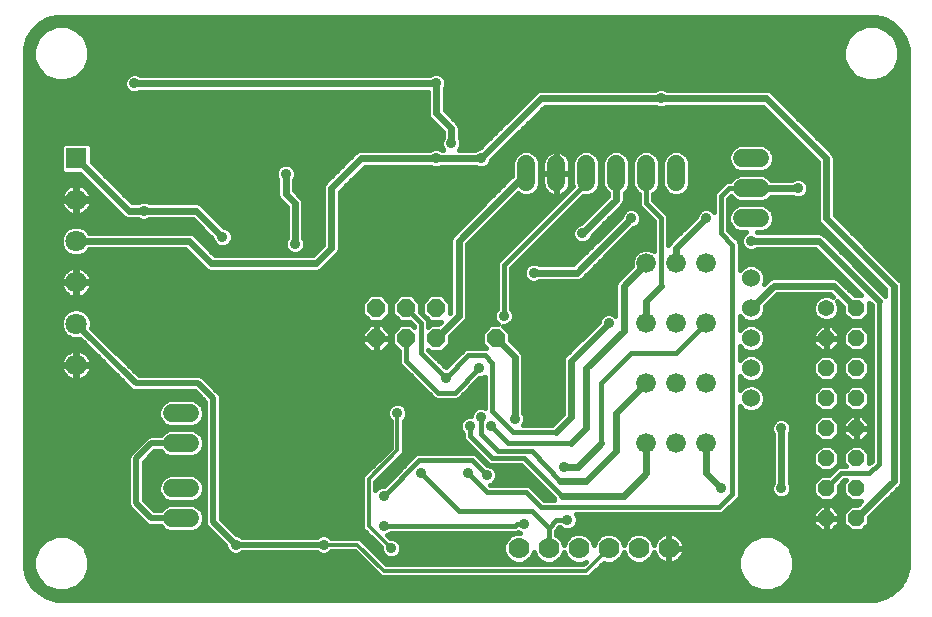
<source format=gbl>
G75*
G70*
%OFA0B0*%
%FSLAX24Y24*%
%IPPOS*%
%LPD*%
%AMOC8*
5,1,8,0,0,1.08239X$1,22.5*
%
%ADD10C,0.0600*%
%ADD11C,0.0540*%
%ADD12OC8,0.0540*%
%ADD13OC8,0.0600*%
%ADD14C,0.0700*%
%ADD15C,0.0660*%
%ADD16C,0.0600*%
%ADD17R,0.0709X0.0709*%
%ADD18C,0.0709*%
%ADD19C,0.0160*%
%ADD20C,0.0357*%
%ADD21C,0.0240*%
%ADD22C,0.0200*%
%ADD23C,0.0120*%
D10*
X005880Y003680D02*
X006480Y003680D01*
X006480Y004680D02*
X005880Y004680D01*
X005880Y006180D02*
X006480Y006180D01*
X006480Y007180D02*
X005880Y007180D01*
X017680Y014880D02*
X017680Y015480D01*
X018680Y015480D02*
X018680Y014880D01*
X019680Y014880D02*
X019680Y015480D01*
X020680Y015480D02*
X020680Y014880D01*
X021680Y014880D02*
X021680Y015480D01*
X022680Y015480D02*
X022680Y014880D01*
X024880Y014680D02*
X025480Y014680D01*
X025480Y013680D02*
X024880Y013680D01*
X024880Y015680D02*
X025480Y015680D01*
D11*
X027680Y010680D03*
D12*
X028680Y010680D03*
X028680Y009680D03*
X027680Y009680D03*
X027680Y008680D03*
X028680Y008680D03*
X028680Y007680D03*
X027680Y007680D03*
X027680Y006680D03*
X028680Y006680D03*
X028680Y005680D03*
X027680Y005680D03*
X027680Y004680D03*
X028680Y004680D03*
X028680Y003680D03*
X027680Y003680D03*
D13*
X016680Y009680D03*
X014680Y009680D03*
X013680Y009680D03*
X012680Y009680D03*
X012680Y010680D03*
X013680Y010680D03*
X014680Y010680D03*
D14*
X017430Y002680D03*
X018430Y002680D03*
X019430Y002680D03*
X020430Y002680D03*
X021430Y002680D03*
X022430Y002680D03*
D15*
X022680Y006180D03*
X021680Y006180D03*
X023680Y006180D03*
X023680Y008180D03*
X022680Y008180D03*
X021680Y008180D03*
X021680Y010180D03*
X022680Y010180D03*
X023680Y010180D03*
X023680Y012180D03*
X022680Y012180D03*
X021680Y012180D03*
D16*
X025180Y011680D03*
X025180Y010680D03*
X025180Y009680D03*
X025180Y008680D03*
X025180Y007680D03*
D17*
X002680Y015680D03*
D18*
X002680Y014302D03*
X002680Y012924D03*
X002680Y011546D03*
X002680Y010168D03*
X002680Y008790D03*
D19*
X001212Y001437D02*
X001437Y001212D01*
X001713Y001053D01*
X002021Y000970D01*
X002021Y000970D01*
X002180Y000960D01*
X029180Y000960D01*
X029339Y000970D01*
X029647Y001053D01*
X029923Y001212D01*
X030148Y001437D01*
X030307Y001713D01*
X030390Y002021D01*
X030400Y002180D01*
X030400Y019180D01*
X030390Y019339D01*
X030307Y019647D01*
X030148Y019923D01*
X029923Y020148D01*
X029647Y020307D01*
X029339Y020390D01*
X029180Y020400D01*
X002180Y020400D01*
X002021Y020390D01*
X001713Y020307D01*
X001437Y020148D01*
X001212Y019923D01*
X001053Y019647D01*
X000970Y019339D01*
X000960Y019180D01*
X000960Y019124D01*
X000960Y002180D01*
X000970Y002021D01*
X001053Y001713D01*
X001212Y001437D01*
X001192Y001473D02*
X001572Y001473D01*
X001653Y001392D02*
X001995Y001250D01*
X002365Y001250D01*
X002707Y001392D01*
X002968Y001653D01*
X003110Y001995D01*
X003110Y002365D01*
X002968Y002707D01*
X002707Y002968D01*
X002365Y003110D01*
X001995Y003110D01*
X001653Y002968D01*
X001392Y002707D01*
X001250Y002365D01*
X001250Y001995D01*
X001392Y001653D01*
X001653Y001392D01*
X001840Y001314D02*
X001335Y001314D01*
X001535Y001156D02*
X029825Y001156D01*
X030025Y001314D02*
X026020Y001314D01*
X025865Y001250D02*
X025495Y001250D01*
X025153Y001392D01*
X024892Y001653D01*
X024750Y001995D01*
X024750Y002365D01*
X024892Y002707D01*
X025153Y002968D01*
X025495Y003110D01*
X025865Y003110D01*
X026207Y002968D01*
X026468Y002707D01*
X026610Y002365D01*
X026610Y001995D01*
X026468Y001653D01*
X026207Y001392D01*
X025865Y001250D01*
X026288Y001473D02*
X030168Y001473D01*
X030260Y001631D02*
X026446Y001631D01*
X026525Y001790D02*
X030328Y001790D01*
X030370Y001948D02*
X026591Y001948D01*
X026610Y002107D02*
X030395Y002107D01*
X030400Y002265D02*
X026610Y002265D01*
X026586Y002424D02*
X030400Y002424D01*
X030400Y002582D02*
X026520Y002582D01*
X026435Y002741D02*
X030400Y002741D01*
X030400Y002899D02*
X026276Y002899D01*
X025992Y003058D02*
X030400Y003058D01*
X030400Y003216D02*
X018670Y003216D01*
X018670Y003268D02*
X018779Y003378D01*
X018816Y003378D01*
X018863Y003330D01*
X018988Y003279D01*
X019122Y003279D01*
X019247Y003330D01*
X019342Y003426D01*
X019394Y003550D01*
X019394Y003685D01*
X019342Y003809D01*
X019337Y003815D01*
X024165Y003815D01*
X024253Y003852D01*
X024691Y004289D01*
X024758Y004357D01*
X024795Y004445D01*
X024795Y007414D01*
X024919Y007290D01*
X025088Y007220D01*
X025271Y007220D01*
X025441Y007290D01*
X025570Y007419D01*
X025640Y007588D01*
X025640Y007771D01*
X025570Y007941D01*
X025441Y008070D01*
X025271Y008140D01*
X025088Y008140D01*
X024919Y008070D01*
X024795Y007946D01*
X024795Y008414D01*
X024919Y008290D01*
X025088Y008220D01*
X025271Y008220D01*
X025441Y008290D01*
X025570Y008419D01*
X025640Y008588D01*
X025640Y008771D01*
X025570Y008941D01*
X025441Y009070D01*
X025271Y009140D01*
X025088Y009140D01*
X024919Y009070D01*
X024795Y008946D01*
X024795Y009414D01*
X024919Y009290D01*
X025088Y009220D01*
X025271Y009220D01*
X025441Y009290D01*
X025570Y009419D01*
X025640Y009588D01*
X025640Y009771D01*
X025570Y009941D01*
X025441Y010070D01*
X025271Y010140D01*
X025088Y010140D01*
X024919Y010070D01*
X024795Y009946D01*
X024795Y010414D01*
X024919Y010290D01*
X025088Y010220D01*
X025271Y010220D01*
X025441Y010290D01*
X025570Y010419D01*
X025640Y010588D01*
X025640Y010744D01*
X026046Y011150D01*
X027814Y011150D01*
X027917Y011047D01*
X027766Y011110D01*
X027594Y011110D01*
X027436Y011045D01*
X027315Y010924D01*
X027250Y010766D01*
X027250Y010594D01*
X027315Y010436D01*
X027436Y010315D01*
X027594Y010250D01*
X027766Y010250D01*
X027924Y010315D01*
X028045Y010436D01*
X028110Y010594D01*
X028110Y010766D01*
X028047Y010917D01*
X028250Y010714D01*
X028250Y010502D01*
X028502Y010250D01*
X028858Y010250D01*
X029110Y010502D01*
X029110Y010854D01*
X029190Y010774D01*
X029190Y005592D01*
X029110Y005512D01*
X029110Y005858D01*
X028858Y006110D01*
X028502Y006110D01*
X028250Y005858D01*
X028250Y005502D01*
X028332Y005420D01*
X028132Y005420D01*
X028044Y005383D01*
X027977Y005316D01*
X027771Y005110D01*
X027502Y005110D01*
X027250Y004858D01*
X027250Y004502D01*
X027502Y004250D01*
X027858Y004250D01*
X028110Y004502D01*
X028110Y004771D01*
X028279Y004940D01*
X028332Y004940D01*
X028250Y004858D01*
X028250Y004502D01*
X028502Y004250D01*
X028854Y004250D01*
X028714Y004110D01*
X028502Y004110D01*
X028250Y003858D01*
X028250Y003502D01*
X028502Y003250D01*
X028858Y003250D01*
X029110Y003502D01*
X029110Y003714D01*
X030167Y004771D01*
X030210Y004874D01*
X030210Y011486D01*
X030167Y011589D01*
X030089Y011667D01*
X027960Y013796D01*
X027960Y015736D01*
X027917Y015839D01*
X027839Y015917D01*
X025839Y017917D01*
X025736Y017960D01*
X022379Y017960D01*
X022372Y017967D01*
X022247Y018019D01*
X022113Y018019D01*
X021988Y017967D01*
X021981Y017960D01*
X018124Y017960D01*
X018021Y017917D01*
X017943Y017839D01*
X016123Y016019D01*
X016113Y016019D01*
X015988Y015967D01*
X015981Y015960D01*
X015439Y015960D01*
X015467Y015988D01*
X015519Y016113D01*
X015519Y016247D01*
X015467Y016372D01*
X015460Y016379D01*
X015460Y016736D01*
X015417Y016839D01*
X015339Y016917D01*
X014959Y017297D01*
X014959Y017981D01*
X014967Y017989D01*
X015018Y018113D01*
X015018Y018248D01*
X014967Y018372D01*
X014871Y018468D01*
X014747Y018519D01*
X014612Y018519D01*
X014488Y018468D01*
X014480Y018460D01*
X004817Y018460D01*
X004809Y018467D01*
X004685Y018519D01*
X004550Y018519D01*
X004426Y018467D01*
X004330Y018372D01*
X004279Y018247D01*
X004279Y018113D01*
X004330Y017988D01*
X004426Y017893D01*
X004550Y017841D01*
X004685Y017841D01*
X004809Y017893D01*
X004817Y017900D01*
X014399Y017900D01*
X014399Y017125D01*
X014442Y017022D01*
X014900Y016564D01*
X014900Y016379D01*
X014893Y016372D01*
X014841Y016247D01*
X014841Y016113D01*
X014893Y015988D01*
X014921Y015960D01*
X014879Y015960D01*
X014872Y015967D01*
X014747Y016019D01*
X014613Y016019D01*
X014488Y015967D01*
X014481Y015960D01*
X012124Y015960D01*
X012021Y015917D01*
X011021Y014917D01*
X010943Y014839D01*
X010900Y014736D01*
X010900Y012796D01*
X010564Y012460D01*
X007296Y012460D01*
X006673Y013083D01*
X006595Y013161D01*
X006492Y013204D01*
X003121Y013204D01*
X003116Y013215D01*
X002971Y013360D01*
X002782Y013438D01*
X002578Y013438D01*
X002389Y013360D01*
X002244Y013215D01*
X002166Y013026D01*
X002166Y012822D01*
X002244Y012633D01*
X002389Y012488D01*
X002578Y012410D01*
X002782Y012410D01*
X002971Y012488D01*
X003116Y012633D01*
X003121Y012644D01*
X006320Y012644D01*
X007021Y011943D01*
X007124Y011900D01*
X010736Y011900D01*
X010839Y011943D01*
X010917Y012021D01*
X011417Y012521D01*
X011460Y012624D01*
X011460Y014564D01*
X012296Y015400D01*
X014481Y015400D01*
X014488Y015393D01*
X014613Y015341D01*
X014747Y015341D01*
X014872Y015393D01*
X014879Y015400D01*
X015981Y015400D01*
X015988Y015393D01*
X016113Y015341D01*
X016247Y015341D01*
X016372Y015393D01*
X016467Y015488D01*
X016519Y015613D01*
X016519Y015623D01*
X018296Y017400D01*
X021981Y017400D01*
X021988Y017393D01*
X022113Y017341D01*
X022247Y017341D01*
X022372Y017393D01*
X022379Y017400D01*
X025564Y017400D01*
X027400Y015564D01*
X027400Y013624D01*
X027443Y013521D01*
X029650Y011314D01*
X029650Y011106D01*
X027667Y013089D01*
X027589Y013167D01*
X027486Y013210D01*
X025379Y013210D01*
X025372Y013217D01*
X025365Y013220D01*
X025571Y013220D01*
X025741Y013290D01*
X025870Y013419D01*
X025940Y013588D01*
X025940Y013771D01*
X025870Y013941D01*
X025741Y014070D01*
X025571Y014140D01*
X024788Y014140D01*
X024619Y014070D01*
X024490Y013941D01*
X024420Y013771D01*
X024420Y013588D01*
X024490Y013419D01*
X024619Y013290D01*
X024788Y013220D01*
X024995Y013220D01*
X024988Y013217D01*
X024893Y013122D01*
X024841Y012997D01*
X024841Y012863D01*
X024893Y012738D01*
X024988Y012643D01*
X025113Y012591D01*
X025247Y012591D01*
X025372Y012643D01*
X025379Y012650D01*
X027314Y012650D01*
X028854Y011110D01*
X028646Y011110D01*
X028089Y011667D01*
X027986Y011710D01*
X025874Y011710D01*
X025771Y011667D01*
X025693Y011589D01*
X025603Y011499D01*
X025640Y011588D01*
X025640Y011771D01*
X025570Y011941D01*
X025441Y012070D01*
X025271Y012140D01*
X025088Y012140D01*
X024919Y012070D01*
X024795Y011946D01*
X024795Y012853D01*
X024758Y012941D01*
X024420Y013279D01*
X024420Y014331D01*
X024499Y014410D01*
X024619Y014290D01*
X024788Y014220D01*
X025571Y014220D01*
X025741Y014290D01*
X025851Y014400D01*
X026543Y014400D01*
X026551Y014393D01*
X026675Y014341D01*
X026810Y014341D01*
X026934Y014393D01*
X027030Y014488D01*
X027081Y014613D01*
X027081Y014747D01*
X027030Y014872D01*
X026934Y014967D01*
X026810Y015019D01*
X026675Y015019D01*
X026551Y014967D01*
X026543Y014960D01*
X025851Y014960D01*
X025741Y015070D01*
X025571Y015140D01*
X024788Y015140D01*
X024619Y015070D01*
X024490Y014941D01*
X024482Y014920D01*
X024382Y014920D01*
X024294Y014883D01*
X024227Y014816D01*
X023977Y014566D01*
X023940Y014478D01*
X023940Y013899D01*
X023872Y013967D01*
X023747Y014019D01*
X023613Y014019D01*
X023488Y013967D01*
X023393Y013872D01*
X023341Y013747D01*
X023341Y013737D01*
X022521Y012917D01*
X022443Y012839D01*
X022420Y012784D01*
X022420Y013632D01*
X022420Y013728D01*
X022383Y013816D01*
X021920Y014279D01*
X021920Y014482D01*
X021941Y014490D01*
X022070Y014619D01*
X022140Y014788D01*
X022140Y015571D01*
X022070Y015741D01*
X021941Y015870D01*
X021771Y015940D01*
X021588Y015940D01*
X021419Y015870D01*
X021290Y015741D01*
X021220Y015571D01*
X021220Y014788D01*
X021290Y014619D01*
X021419Y014490D01*
X021440Y014482D01*
X021440Y014132D01*
X021477Y014044D01*
X021544Y013977D01*
X021940Y013581D01*
X021940Y012603D01*
X021777Y012670D01*
X021583Y012670D01*
X021402Y012595D01*
X021265Y012458D01*
X021190Y012277D01*
X021190Y012086D01*
X020771Y011667D01*
X020693Y011589D01*
X020650Y011486D01*
X020650Y010439D01*
X020622Y010467D01*
X020497Y010519D01*
X020363Y010519D01*
X020238Y010467D01*
X020143Y010372D01*
X020091Y010247D01*
X020091Y010237D01*
X018943Y009089D01*
X018900Y008986D01*
X018900Y007171D01*
X018524Y006795D01*
X017587Y006795D01*
X017592Y006801D01*
X017644Y006925D01*
X017644Y007060D01*
X017592Y007184D01*
X017585Y007192D01*
X017585Y009111D01*
X017542Y009214D01*
X017140Y009616D01*
X017140Y009871D01*
X016919Y010091D01*
X016997Y010091D01*
X017122Y010143D01*
X017217Y010238D01*
X017269Y010363D01*
X017269Y010497D01*
X017217Y010622D01*
X017170Y010669D01*
X017170Y012018D01*
X019577Y014425D01*
X019588Y014420D01*
X019771Y014420D01*
X019941Y014490D01*
X020070Y014619D01*
X020140Y014788D01*
X020140Y015571D01*
X020070Y015741D01*
X019941Y015870D01*
X019771Y015940D01*
X019588Y015940D01*
X019419Y015870D01*
X019290Y015741D01*
X019220Y015571D01*
X019220Y014788D01*
X019232Y014759D01*
X016727Y012253D01*
X016690Y012165D01*
X016690Y010669D01*
X016643Y010622D01*
X016591Y010497D01*
X016591Y010363D01*
X016643Y010238D01*
X016738Y010143D01*
X016745Y010140D01*
X016489Y010140D01*
X016220Y009871D01*
X016220Y009489D01*
X016352Y009357D01*
X015695Y009357D01*
X015607Y009321D01*
X015539Y009253D01*
X014994Y008709D01*
X014991Y008709D01*
X014420Y009279D01*
X014420Y009289D01*
X014489Y009220D01*
X014871Y009220D01*
X015140Y009489D01*
X015140Y009744D01*
X015589Y010193D01*
X015667Y010271D01*
X015710Y010374D01*
X015710Y012814D01*
X017403Y014507D01*
X017419Y014490D01*
X017588Y014420D01*
X017771Y014420D01*
X017941Y014490D01*
X018070Y014619D01*
X018140Y014788D01*
X018140Y015571D01*
X018070Y015741D01*
X017941Y015870D01*
X017771Y015940D01*
X017588Y015940D01*
X017419Y015870D01*
X017290Y015741D01*
X017220Y015571D01*
X017220Y015116D01*
X015193Y013089D01*
X015150Y012986D01*
X015150Y010546D01*
X015140Y010536D01*
X015140Y010871D01*
X014871Y011140D01*
X014489Y011140D01*
X014220Y010871D01*
X014220Y010489D01*
X014489Y010220D01*
X014824Y010220D01*
X014744Y010140D01*
X014489Y010140D01*
X014420Y010071D01*
X014420Y010228D01*
X014383Y010316D01*
X014140Y010559D01*
X014140Y010871D01*
X013871Y011140D01*
X013489Y011140D01*
X013220Y010871D01*
X013220Y010489D01*
X013489Y010220D01*
X013801Y010220D01*
X013940Y010081D01*
X013940Y010071D01*
X013871Y010140D01*
X013489Y010140D01*
X013220Y009871D01*
X013220Y009489D01*
X013440Y009269D01*
X013440Y008882D01*
X013477Y008794D01*
X013544Y008727D01*
X014607Y007664D01*
X014695Y007628D01*
X015353Y007628D01*
X015441Y007664D01*
X015508Y007732D01*
X016118Y008341D01*
X016185Y008341D01*
X016309Y008393D01*
X016315Y008398D01*
X016315Y007366D01*
X016247Y007394D01*
X016113Y007394D01*
X015988Y007342D01*
X015893Y007247D01*
X015841Y007122D01*
X015841Y007081D01*
X015738Y007081D01*
X015613Y007030D01*
X015518Y006934D01*
X015466Y006810D01*
X015466Y006675D01*
X015518Y006551D01*
X015565Y006503D01*
X015565Y006382D01*
X015602Y006294D01*
X016352Y005544D01*
X016419Y005477D01*
X016507Y005440D01*
X017518Y005440D01*
X018590Y004368D01*
X018620Y004295D01*
X018279Y004295D01*
X017881Y004693D01*
X017813Y004761D01*
X017725Y004797D01*
X016480Y004797D01*
X016559Y004830D01*
X016655Y004926D01*
X016706Y005050D01*
X016706Y005185D01*
X016655Y005309D01*
X016559Y005405D01*
X016435Y005456D01*
X016368Y005456D01*
X016071Y005753D01*
X016003Y005821D01*
X015915Y005857D01*
X014070Y005857D01*
X013982Y005821D01*
X012929Y004769D01*
X012863Y004769D01*
X012738Y004717D01*
X012650Y004629D01*
X012650Y004901D01*
X013600Y005851D01*
X013600Y006933D01*
X013667Y007001D01*
X013719Y007125D01*
X013719Y007260D01*
X013667Y007384D01*
X013572Y007480D01*
X013447Y007531D01*
X013313Y007531D01*
X013188Y007480D01*
X013093Y007384D01*
X013041Y007260D01*
X013041Y007125D01*
X013093Y007001D01*
X013160Y006933D01*
X013160Y006034D01*
X012339Y005212D01*
X012210Y005084D01*
X012210Y003339D01*
X012841Y002708D01*
X012841Y002613D01*
X012893Y002488D01*
X012988Y002393D01*
X013113Y002341D01*
X013247Y002341D01*
X013372Y002393D01*
X013467Y002488D01*
X013519Y002613D01*
X013519Y002747D01*
X013467Y002872D01*
X013372Y002967D01*
X013247Y003019D01*
X013152Y003019D01*
X013056Y003115D01*
X013122Y003143D01*
X013169Y003190D01*
X017353Y003190D01*
X017415Y003216D01*
X017426Y003205D01*
X017463Y003190D01*
X017329Y003190D01*
X017141Y003112D01*
X016998Y002969D01*
X016920Y002781D01*
X016920Y002579D01*
X016998Y002391D01*
X017141Y002248D01*
X017329Y002170D01*
X017531Y002170D01*
X017719Y002248D01*
X017862Y002391D01*
X017930Y002554D01*
X017998Y002391D01*
X018141Y002248D01*
X018329Y002170D01*
X018531Y002170D01*
X018719Y002248D01*
X018862Y002391D01*
X018930Y002554D01*
X018998Y002391D01*
X019141Y002248D01*
X019329Y002170D01*
X019531Y002170D01*
X019664Y002225D01*
X019589Y002150D01*
X013021Y002150D01*
X012146Y003025D01*
X011189Y003025D01*
X011122Y003092D01*
X010997Y003144D01*
X010863Y003144D01*
X010738Y003092D01*
X010711Y003065D01*
X008212Y003065D01*
X008184Y003092D01*
X008060Y003144D01*
X008021Y003144D01*
X007502Y003663D01*
X007502Y007732D01*
X007463Y007827D01*
X007390Y007900D01*
X006963Y008327D01*
X006890Y008400D01*
X006794Y008440D01*
X004776Y008440D01*
X003181Y010035D01*
X003194Y010066D01*
X003194Y010270D01*
X003116Y010460D01*
X002971Y010604D01*
X002782Y010683D01*
X002578Y010683D01*
X002389Y010604D01*
X002244Y010460D01*
X002166Y010270D01*
X002166Y010066D01*
X002244Y009877D01*
X002389Y009732D01*
X002578Y009654D01*
X002782Y009654D01*
X002814Y009667D01*
X004521Y007960D01*
X004616Y007920D01*
X006635Y007920D01*
X006983Y007572D01*
X006983Y003503D01*
X007022Y003408D01*
X007654Y002776D01*
X007654Y002738D01*
X007705Y002613D01*
X007801Y002518D01*
X007925Y002466D01*
X008060Y002466D01*
X008184Y002518D01*
X008212Y002545D01*
X010711Y002545D01*
X010738Y002518D01*
X010863Y002466D01*
X010997Y002466D01*
X011122Y002518D01*
X011189Y002585D01*
X011964Y002585D01*
X012839Y001710D01*
X019771Y001710D01*
X020260Y002199D01*
X020329Y002170D01*
X020531Y002170D01*
X020719Y002248D01*
X020862Y002391D01*
X020930Y002554D01*
X020998Y002391D01*
X021141Y002248D01*
X021329Y002170D01*
X021531Y002170D01*
X021719Y002248D01*
X021862Y002391D01*
X021933Y002561D01*
X021933Y002561D01*
X021957Y002484D01*
X021994Y002413D01*
X022041Y002348D01*
X022098Y002291D01*
X022163Y002244D01*
X022234Y002207D01*
X022311Y002183D01*
X022390Y002170D01*
X022410Y002170D01*
X022410Y002660D01*
X022450Y002660D01*
X022450Y002700D01*
X022410Y002700D01*
X022410Y003190D01*
X022390Y003190D01*
X022311Y003177D01*
X022234Y003153D01*
X022163Y003116D01*
X022098Y003069D01*
X022041Y003012D01*
X021994Y002947D01*
X021957Y002876D01*
X021933Y002799D01*
X021862Y002969D01*
X021719Y003112D01*
X021531Y003190D01*
X021329Y003190D01*
X021141Y003112D01*
X020998Y002969D01*
X020930Y002806D01*
X020862Y002969D01*
X020719Y003112D01*
X020531Y003190D01*
X020329Y003190D01*
X020141Y003112D01*
X019998Y002969D01*
X019930Y002806D01*
X019862Y002969D01*
X019719Y003112D01*
X019531Y003190D01*
X019329Y003190D01*
X019141Y003112D01*
X018998Y002969D01*
X018930Y002806D01*
X018862Y002969D01*
X018719Y003112D01*
X018670Y003133D01*
X018670Y003268D01*
X018776Y003375D02*
X018819Y003375D01*
X018680Y003618D02*
X019055Y003618D01*
X019291Y003375D02*
X027377Y003375D01*
X027502Y003250D02*
X027250Y003502D01*
X027250Y003670D01*
X027670Y003670D01*
X027670Y003690D01*
X027670Y004110D01*
X027502Y004110D01*
X027250Y003858D01*
X027250Y003690D01*
X027670Y003690D01*
X027690Y003690D01*
X027690Y004110D01*
X027858Y004110D01*
X028110Y003858D01*
X028110Y003690D01*
X027690Y003690D01*
X027690Y003670D01*
X028110Y003670D01*
X028110Y003502D01*
X027858Y003250D01*
X027690Y003250D01*
X027690Y003670D01*
X027670Y003670D01*
X027670Y003250D01*
X027502Y003250D01*
X027670Y003375D02*
X027690Y003375D01*
X027690Y003533D02*
X027670Y003533D01*
X027670Y003692D02*
X027690Y003692D01*
X027690Y003850D02*
X027670Y003850D01*
X027670Y004009D02*
X027690Y004009D01*
X027960Y004009D02*
X028400Y004009D01*
X028250Y003850D02*
X028110Y003850D01*
X028110Y003692D02*
X028250Y003692D01*
X028250Y003533D02*
X028110Y003533D01*
X027983Y003375D02*
X028377Y003375D01*
X028983Y003375D02*
X030400Y003375D01*
X030400Y003533D02*
X029110Y003533D01*
X029110Y003692D02*
X030400Y003692D01*
X030400Y003850D02*
X029246Y003850D01*
X029404Y004009D02*
X030400Y004009D01*
X030400Y004167D02*
X029563Y004167D01*
X029721Y004326D02*
X030400Y004326D01*
X030400Y004484D02*
X029880Y004484D01*
X030038Y004643D02*
X030400Y004643D01*
X030400Y004801D02*
X030180Y004801D01*
X030210Y004960D02*
X030400Y004960D01*
X030400Y005118D02*
X030210Y005118D01*
X030210Y005277D02*
X030400Y005277D01*
X030400Y005435D02*
X030210Y005435D01*
X030210Y005594D02*
X030400Y005594D01*
X030400Y005752D02*
X030210Y005752D01*
X030210Y005911D02*
X030400Y005911D01*
X030400Y006069D02*
X030210Y006069D01*
X030210Y006228D02*
X030400Y006228D01*
X030400Y006386D02*
X030210Y006386D01*
X030210Y006545D02*
X030400Y006545D01*
X030400Y006703D02*
X030210Y006703D01*
X030210Y006862D02*
X030400Y006862D01*
X030400Y007020D02*
X030210Y007020D01*
X030210Y007179D02*
X030400Y007179D01*
X030400Y007337D02*
X030210Y007337D01*
X030210Y007496D02*
X030400Y007496D01*
X030400Y007654D02*
X030210Y007654D01*
X030210Y007813D02*
X030400Y007813D01*
X030400Y007971D02*
X030210Y007971D01*
X030210Y008130D02*
X030400Y008130D01*
X030400Y008288D02*
X030210Y008288D01*
X030210Y008447D02*
X030400Y008447D01*
X030400Y008605D02*
X030210Y008605D01*
X030210Y008764D02*
X030400Y008764D01*
X030400Y008922D02*
X030210Y008922D01*
X030210Y009081D02*
X030400Y009081D01*
X030400Y009239D02*
X030210Y009239D01*
X030210Y009398D02*
X030400Y009398D01*
X030400Y009556D02*
X030210Y009556D01*
X030210Y009715D02*
X030400Y009715D01*
X030400Y009873D02*
X030210Y009873D01*
X030210Y010032D02*
X030400Y010032D01*
X030400Y010190D02*
X030210Y010190D01*
X030210Y010349D02*
X030400Y010349D01*
X030400Y010507D02*
X030210Y010507D01*
X030210Y010666D02*
X030400Y010666D01*
X030400Y010824D02*
X030210Y010824D01*
X030210Y010983D02*
X030400Y010983D01*
X030400Y011141D02*
X030210Y011141D01*
X030210Y011300D02*
X030400Y011300D01*
X030400Y011458D02*
X030210Y011458D01*
X030139Y011617D02*
X030400Y011617D01*
X030400Y011775D02*
X029981Y011775D01*
X029822Y011934D02*
X030400Y011934D01*
X030400Y012092D02*
X029664Y012092D01*
X029505Y012251D02*
X030400Y012251D01*
X030400Y012409D02*
X029347Y012409D01*
X029188Y012568D02*
X030400Y012568D01*
X030400Y012726D02*
X029030Y012726D01*
X028871Y012885D02*
X030400Y012885D01*
X030400Y013043D02*
X028713Y013043D01*
X028554Y013202D02*
X030400Y013202D01*
X030400Y013360D02*
X028396Y013360D01*
X028237Y013519D02*
X030400Y013519D01*
X030400Y013677D02*
X028079Y013677D01*
X027960Y013836D02*
X030400Y013836D01*
X030400Y013994D02*
X027960Y013994D01*
X027960Y014153D02*
X030400Y014153D01*
X030400Y014311D02*
X027960Y014311D01*
X027960Y014470D02*
X030400Y014470D01*
X030400Y014628D02*
X027960Y014628D01*
X027960Y014787D02*
X030400Y014787D01*
X030400Y014945D02*
X027960Y014945D01*
X027960Y015104D02*
X030400Y015104D01*
X030400Y015262D02*
X027960Y015262D01*
X027960Y015421D02*
X030400Y015421D01*
X030400Y015579D02*
X027960Y015579D01*
X027959Y015738D02*
X030400Y015738D01*
X030400Y015896D02*
X027860Y015896D01*
X027701Y016055D02*
X030400Y016055D01*
X030400Y016213D02*
X027543Y016213D01*
X027384Y016372D02*
X030400Y016372D01*
X030400Y016530D02*
X027226Y016530D01*
X027067Y016689D02*
X030400Y016689D01*
X030400Y016847D02*
X026909Y016847D01*
X026750Y017006D02*
X030400Y017006D01*
X030400Y017164D02*
X026592Y017164D01*
X026433Y017323D02*
X030400Y017323D01*
X030400Y017481D02*
X026275Y017481D01*
X026116Y017640D02*
X030400Y017640D01*
X030400Y017798D02*
X025958Y017798D01*
X025744Y017957D02*
X030400Y017957D01*
X030400Y018115D02*
X015018Y018115D01*
X015008Y018274D02*
X028938Y018274D01*
X028995Y018250D02*
X029365Y018250D01*
X029707Y018392D01*
X029968Y018653D01*
X030110Y018995D01*
X030110Y019365D01*
X029968Y019707D01*
X029707Y019968D01*
X029365Y020110D01*
X028995Y020110D01*
X028653Y019968D01*
X028392Y019707D01*
X028250Y019365D01*
X028250Y018995D01*
X028392Y018653D01*
X028653Y018392D01*
X028995Y018250D01*
X028613Y018432D02*
X014907Y018432D01*
X014959Y017957D02*
X018116Y017957D01*
X017902Y017798D02*
X014959Y017798D01*
X014959Y017640D02*
X017744Y017640D01*
X017585Y017481D02*
X014959Y017481D01*
X014959Y017323D02*
X017427Y017323D01*
X017268Y017164D02*
X015092Y017164D01*
X015250Y017006D02*
X017110Y017006D01*
X016951Y016847D02*
X015409Y016847D01*
X015460Y016689D02*
X016793Y016689D01*
X016634Y016530D02*
X015460Y016530D01*
X015467Y016372D02*
X016476Y016372D01*
X016317Y016213D02*
X015519Y016213D01*
X015495Y016055D02*
X016159Y016055D01*
X016634Y015738D02*
X017289Y015738D01*
X017223Y015579D02*
X016505Y015579D01*
X016400Y015421D02*
X017220Y015421D01*
X017220Y015262D02*
X012158Y015262D01*
X012000Y015104D02*
X017208Y015104D01*
X017049Y014945D02*
X011841Y014945D01*
X011683Y014787D02*
X016891Y014787D01*
X016732Y014628D02*
X011524Y014628D01*
X011460Y014470D02*
X016574Y014470D01*
X016415Y014311D02*
X011460Y014311D01*
X011460Y014153D02*
X016257Y014153D01*
X016098Y013994D02*
X011460Y013994D01*
X011460Y013836D02*
X015940Y013836D01*
X015781Y013677D02*
X011460Y013677D01*
X011460Y013519D02*
X015623Y013519D01*
X015464Y013360D02*
X011460Y013360D01*
X011460Y013202D02*
X015306Y013202D01*
X015174Y013043D02*
X011460Y013043D01*
X011460Y012885D02*
X015150Y012885D01*
X015150Y012726D02*
X011460Y012726D01*
X011436Y012568D02*
X015150Y012568D01*
X015150Y012409D02*
X011305Y012409D01*
X011146Y012251D02*
X015150Y012251D01*
X015150Y012092D02*
X010988Y012092D01*
X010817Y011934D02*
X015150Y011934D01*
X015150Y011775D02*
X003141Y011775D01*
X003157Y011744D02*
X003120Y011816D01*
X003072Y011881D01*
X003015Y011938D01*
X002950Y011986D01*
X002877Y012023D01*
X002800Y012048D01*
X002720Y012060D01*
X002718Y012060D01*
X002718Y011584D01*
X003194Y011584D01*
X003194Y011587D01*
X003182Y011667D01*
X003157Y011744D01*
X003190Y011617D02*
X015150Y011617D01*
X015150Y011458D02*
X003187Y011458D01*
X003182Y011426D02*
X003194Y011506D01*
X003194Y011508D01*
X002718Y011508D01*
X002718Y011032D01*
X002720Y011032D01*
X002800Y011044D01*
X002877Y011069D01*
X002950Y011106D01*
X003015Y011154D01*
X003072Y011211D01*
X003120Y011277D01*
X003157Y011349D01*
X003182Y011426D01*
X003132Y011300D02*
X015150Y011300D01*
X015150Y011141D02*
X002997Y011141D01*
X002718Y011141D02*
X002642Y011141D01*
X002642Y011032D02*
X002642Y011508D01*
X002718Y011508D01*
X002718Y011584D01*
X002642Y011584D01*
X002642Y011508D01*
X002166Y011508D01*
X002166Y011506D01*
X002178Y011426D01*
X002203Y011349D01*
X002240Y011277D01*
X002288Y011211D01*
X002345Y011154D01*
X002410Y011106D01*
X002483Y011069D01*
X002560Y011044D01*
X002640Y011032D01*
X002642Y011032D01*
X002642Y011300D02*
X002718Y011300D01*
X002718Y011458D02*
X002642Y011458D01*
X002642Y011584D02*
X002166Y011584D01*
X002166Y011587D01*
X002178Y011667D01*
X002203Y011744D01*
X002240Y011816D01*
X002288Y011881D01*
X002345Y011938D01*
X002410Y011986D01*
X002483Y012023D01*
X002560Y012048D01*
X002640Y012060D01*
X002642Y012060D01*
X002642Y011584D01*
X002642Y011617D02*
X002718Y011617D01*
X002718Y011775D02*
X002642Y011775D01*
X002642Y011934D02*
X002718Y011934D01*
X003020Y011934D02*
X007043Y011934D01*
X006872Y012092D02*
X000960Y012092D01*
X000960Y011934D02*
X002340Y011934D01*
X002219Y011775D02*
X000960Y011775D01*
X000960Y011617D02*
X002170Y011617D01*
X002173Y011458D02*
X000960Y011458D01*
X000960Y011300D02*
X002228Y011300D01*
X002363Y011141D02*
X000960Y011141D01*
X000960Y010983D02*
X012332Y010983D01*
X012220Y010871D02*
X012220Y010489D01*
X012489Y010220D01*
X012871Y010220D01*
X013140Y010489D01*
X013140Y010871D01*
X012871Y011140D01*
X012489Y011140D01*
X012220Y010871D01*
X012220Y010824D02*
X000960Y010824D01*
X000960Y010666D02*
X002537Y010666D01*
X002823Y010666D02*
X012220Y010666D01*
X012220Y010507D02*
X003069Y010507D01*
X003162Y010349D02*
X012361Y010349D01*
X012489Y010140D02*
X012220Y009871D01*
X012220Y009700D01*
X012660Y009700D01*
X012660Y010140D01*
X012489Y010140D01*
X012381Y010032D02*
X003184Y010032D01*
X003194Y010190D02*
X013831Y010190D01*
X014180Y010180D02*
X013680Y010680D01*
X013220Y010666D02*
X013140Y010666D01*
X013140Y010824D02*
X013220Y010824D01*
X013332Y010983D02*
X013028Y010983D01*
X013140Y010507D02*
X013220Y010507D01*
X013361Y010349D02*
X012999Y010349D01*
X012871Y010140D02*
X012700Y010140D01*
X012700Y009700D01*
X013140Y009700D01*
X013140Y009871D01*
X012871Y010140D01*
X012979Y010032D02*
X013381Y010032D01*
X013222Y009873D02*
X013138Y009873D01*
X013140Y009715D02*
X013220Y009715D01*
X013140Y009660D02*
X013140Y009489D01*
X012871Y009220D01*
X012700Y009220D01*
X012700Y009660D01*
X012700Y009700D01*
X012660Y009700D01*
X012660Y009660D01*
X012700Y009660D01*
X013140Y009660D01*
X013140Y009556D02*
X013220Y009556D01*
X013312Y009398D02*
X013048Y009398D01*
X012890Y009239D02*
X013440Y009239D01*
X013440Y009081D02*
X004135Y009081D01*
X003977Y009239D02*
X012470Y009239D01*
X012489Y009220D02*
X012660Y009220D01*
X012660Y009660D01*
X012220Y009660D01*
X012220Y009489D01*
X012489Y009220D01*
X012660Y009239D02*
X012700Y009239D01*
X012700Y009398D02*
X012660Y009398D01*
X012660Y009556D02*
X012700Y009556D01*
X012700Y009715D02*
X012660Y009715D01*
X012660Y009873D02*
X012700Y009873D01*
X012700Y010032D02*
X012660Y010032D01*
X012222Y009873D02*
X003343Y009873D01*
X003501Y009715D02*
X012220Y009715D01*
X012220Y009556D02*
X003660Y009556D01*
X003818Y009398D02*
X012312Y009398D01*
X013440Y008922D02*
X004294Y008922D01*
X004452Y008764D02*
X013507Y008764D01*
X013666Y008605D02*
X004611Y008605D01*
X004769Y008447D02*
X013824Y008447D01*
X013983Y008288D02*
X007002Y008288D01*
X007161Y008130D02*
X014141Y008130D01*
X014300Y007971D02*
X007319Y007971D01*
X007469Y007813D02*
X014458Y007813D01*
X014631Y007654D02*
X007502Y007654D01*
X007502Y007496D02*
X013226Y007496D01*
X013073Y007337D02*
X007502Y007337D01*
X007502Y007179D02*
X013041Y007179D01*
X013085Y007020D02*
X007502Y007020D01*
X007502Y006862D02*
X013160Y006862D01*
X013160Y006703D02*
X007502Y006703D01*
X007502Y006545D02*
X013160Y006545D01*
X013160Y006386D02*
X007502Y006386D01*
X007502Y006228D02*
X013160Y006228D01*
X013160Y006069D02*
X007502Y006069D01*
X007502Y005911D02*
X013037Y005911D01*
X012878Y005752D02*
X007502Y005752D01*
X007502Y005594D02*
X012720Y005594D01*
X012561Y005435D02*
X007502Y005435D01*
X007502Y005277D02*
X012403Y005277D01*
X012244Y005118D02*
X007502Y005118D01*
X007502Y004960D02*
X012210Y004960D01*
X012210Y004801D02*
X007502Y004801D01*
X007502Y004643D02*
X012210Y004643D01*
X012210Y004484D02*
X007502Y004484D01*
X007502Y004326D02*
X012210Y004326D01*
X012210Y004167D02*
X007502Y004167D01*
X007502Y004009D02*
X012210Y004009D01*
X012210Y003850D02*
X007502Y003850D01*
X007502Y003692D02*
X012210Y003692D01*
X012210Y003533D02*
X007632Y003533D01*
X007791Y003375D02*
X012210Y003375D01*
X012333Y003216D02*
X007949Y003216D01*
X007531Y002899D02*
X002776Y002899D01*
X002935Y002741D02*
X007654Y002741D01*
X007736Y002582D02*
X003020Y002582D01*
X003086Y002424D02*
X012125Y002424D01*
X011967Y002582D02*
X011186Y002582D01*
X011157Y003058D02*
X012491Y003058D01*
X012650Y002899D02*
X012272Y002899D01*
X012431Y002741D02*
X012808Y002741D01*
X012854Y002582D02*
X012589Y002582D01*
X012748Y002424D02*
X012957Y002424D01*
X012906Y002265D02*
X017124Y002265D01*
X016984Y002424D02*
X013403Y002424D01*
X013506Y002582D02*
X016920Y002582D01*
X016920Y002741D02*
X013519Y002741D01*
X013440Y002899D02*
X016969Y002899D01*
X017086Y003058D02*
X013114Y003058D01*
X012930Y003430D02*
X017305Y003430D01*
X017368Y003493D01*
X017618Y003493D01*
X017868Y003930D02*
X018430Y003368D01*
X018680Y003618D01*
X018430Y003368D02*
X018430Y002680D01*
X017984Y002424D02*
X017876Y002424D01*
X017736Y002265D02*
X018124Y002265D01*
X018736Y002265D02*
X019124Y002265D01*
X018984Y002424D02*
X018876Y002424D01*
X018891Y002899D02*
X018969Y002899D01*
X019086Y003058D02*
X018774Y003058D01*
X019387Y003533D02*
X027250Y003533D01*
X027250Y003692D02*
X019391Y003692D01*
X019774Y003058D02*
X020086Y003058D01*
X019969Y002899D02*
X019891Y002899D01*
X020774Y003058D02*
X021086Y003058D01*
X020969Y002899D02*
X020891Y002899D01*
X020876Y002424D02*
X020984Y002424D01*
X021124Y002265D02*
X020736Y002265D01*
X020168Y002107D02*
X024750Y002107D01*
X024750Y002265D02*
X022726Y002265D01*
X022697Y002244D02*
X022762Y002291D01*
X022819Y002348D01*
X022866Y002413D01*
X022903Y002484D01*
X022927Y002561D01*
X022940Y002640D01*
X022940Y002660D01*
X022450Y002660D01*
X022450Y002170D01*
X022470Y002170D01*
X022549Y002183D01*
X022626Y002207D01*
X022697Y002244D01*
X022450Y002265D02*
X022410Y002265D01*
X022410Y002424D02*
X022450Y002424D01*
X022450Y002582D02*
X022410Y002582D01*
X022450Y002700D02*
X022940Y002700D01*
X022940Y002720D01*
X022927Y002799D01*
X022903Y002876D01*
X022866Y002947D01*
X022819Y003012D01*
X022762Y003069D01*
X022697Y003116D01*
X022626Y003153D01*
X022549Y003177D01*
X022470Y003190D01*
X022450Y003190D01*
X022450Y002700D01*
X022450Y002741D02*
X022410Y002741D01*
X022410Y002899D02*
X022450Y002899D01*
X022450Y003058D02*
X022410Y003058D01*
X022086Y003058D02*
X021774Y003058D01*
X021891Y002899D02*
X021969Y002899D01*
X021933Y002799D02*
X021933Y002799D01*
X021876Y002424D02*
X021988Y002424D01*
X022134Y002265D02*
X021736Y002265D01*
X022872Y002424D02*
X024774Y002424D01*
X024840Y002582D02*
X022931Y002582D01*
X022937Y002741D02*
X024925Y002741D01*
X025084Y002899D02*
X022891Y002899D01*
X022774Y003058D02*
X025368Y003058D01*
X024410Y004009D02*
X027400Y004009D01*
X027250Y003850D02*
X024250Y003850D01*
X024118Y004055D02*
X024555Y004493D01*
X024555Y012805D01*
X024180Y013180D01*
X024180Y014430D01*
X024430Y014680D01*
X025180Y014680D01*
X024700Y015104D02*
X023140Y015104D01*
X023140Y015262D02*
X024687Y015262D01*
X024619Y015290D02*
X024788Y015220D01*
X025571Y015220D01*
X025741Y015290D01*
X025870Y015419D01*
X025940Y015588D01*
X025940Y015771D01*
X025870Y015941D01*
X025741Y016070D01*
X025571Y016140D01*
X024788Y016140D01*
X024619Y016070D01*
X024490Y015941D01*
X024420Y015771D01*
X024420Y015588D01*
X024490Y015419D01*
X024619Y015290D01*
X024490Y015421D02*
X023140Y015421D01*
X023140Y015571D02*
X023070Y015741D01*
X022941Y015870D01*
X022771Y015940D01*
X022588Y015940D01*
X022419Y015870D01*
X022290Y015741D01*
X022220Y015571D01*
X022220Y014788D01*
X022290Y014619D01*
X022419Y014490D01*
X022588Y014420D01*
X022771Y014420D01*
X022941Y014490D01*
X023070Y014619D01*
X023140Y014788D01*
X023140Y015571D01*
X023137Y015579D02*
X024424Y015579D01*
X024420Y015738D02*
X023071Y015738D01*
X022878Y015896D02*
X024472Y015896D01*
X024604Y016055D02*
X016951Y016055D01*
X017109Y016213D02*
X026751Y016213D01*
X026909Y016055D02*
X025756Y016055D01*
X025888Y015896D02*
X027068Y015896D01*
X027226Y015738D02*
X025940Y015738D01*
X025936Y015579D02*
X027385Y015579D01*
X027400Y015421D02*
X025870Y015421D01*
X025673Y015262D02*
X027400Y015262D01*
X027400Y015104D02*
X025660Y015104D01*
X024494Y014945D02*
X023140Y014945D01*
X023139Y014787D02*
X024197Y014787D01*
X024039Y014628D02*
X023074Y014628D01*
X022891Y014470D02*
X023940Y014470D01*
X023940Y014311D02*
X021920Y014311D01*
X021920Y014470D02*
X022469Y014470D01*
X022286Y014628D02*
X022074Y014628D01*
X022139Y014787D02*
X022221Y014787D01*
X022220Y014945D02*
X022140Y014945D01*
X022140Y015104D02*
X022220Y015104D01*
X022220Y015262D02*
X022140Y015262D01*
X022140Y015421D02*
X022220Y015421D01*
X022223Y015579D02*
X022137Y015579D01*
X022071Y015738D02*
X022289Y015738D01*
X022482Y015896D02*
X021878Y015896D01*
X021482Y015896D02*
X020878Y015896D01*
X020941Y015870D02*
X020771Y015940D01*
X020588Y015940D01*
X020419Y015870D01*
X020290Y015741D01*
X020220Y015571D01*
X020220Y014788D01*
X020290Y014619D01*
X020400Y014509D01*
X020400Y014421D01*
X019498Y013519D01*
X019488Y013519D01*
X019363Y013467D01*
X019268Y013372D01*
X019216Y013247D01*
X019216Y013113D01*
X019268Y012988D01*
X019363Y012893D01*
X019488Y012841D01*
X019622Y012841D01*
X019747Y012893D01*
X019842Y012988D01*
X019894Y013113D01*
X019894Y013123D01*
X020839Y014068D01*
X020917Y014146D01*
X020960Y014249D01*
X020960Y014509D01*
X021070Y014619D01*
X021140Y014788D01*
X021140Y015571D01*
X021070Y015741D01*
X020941Y015870D01*
X021071Y015738D02*
X021289Y015738D01*
X021223Y015579D02*
X021137Y015579D01*
X021140Y015421D02*
X021220Y015421D01*
X021220Y015262D02*
X021140Y015262D01*
X021140Y015104D02*
X021220Y015104D01*
X021220Y014945D02*
X021140Y014945D01*
X021139Y014787D02*
X021221Y014787D01*
X021286Y014628D02*
X021074Y014628D01*
X020960Y014470D02*
X021440Y014470D01*
X021440Y014311D02*
X020960Y014311D01*
X020920Y014153D02*
X021440Y014153D01*
X021527Y013994D02*
X021307Y013994D01*
X021247Y014019D02*
X021113Y014019D01*
X020988Y013967D01*
X020893Y013872D01*
X020841Y013747D01*
X020841Y013737D01*
X019252Y012147D01*
X018129Y012147D01*
X018122Y012155D01*
X017997Y012206D01*
X017863Y012206D01*
X017738Y012155D01*
X017643Y012059D01*
X017591Y011935D01*
X017591Y011800D01*
X017643Y011676D01*
X017738Y011580D01*
X017863Y011529D01*
X017997Y011529D01*
X018122Y011580D01*
X018129Y011588D01*
X019423Y011588D01*
X019526Y011630D01*
X021237Y013341D01*
X021247Y013341D01*
X021372Y013393D01*
X021467Y013488D01*
X021519Y013613D01*
X021519Y013747D01*
X021467Y013872D01*
X021372Y013967D01*
X021247Y014019D01*
X021053Y013994D02*
X020765Y013994D01*
X020878Y013836D02*
X020606Y013836D01*
X020448Y013677D02*
X020781Y013677D01*
X020623Y013519D02*
X020289Y013519D01*
X020131Y013360D02*
X020464Y013360D01*
X020306Y013202D02*
X019972Y013202D01*
X019865Y013043D02*
X020147Y013043D01*
X019989Y012885D02*
X019727Y012885D01*
X019830Y012726D02*
X017878Y012726D01*
X018036Y012885D02*
X019383Y012885D01*
X019245Y013043D02*
X018195Y013043D01*
X018353Y013202D02*
X019216Y013202D01*
X019263Y013360D02*
X018512Y013360D01*
X018670Y013519D02*
X019487Y013519D01*
X019656Y013677D02*
X018829Y013677D01*
X018987Y013836D02*
X019815Y013836D01*
X019973Y013994D02*
X019146Y013994D01*
X019304Y014153D02*
X020132Y014153D01*
X020290Y014311D02*
X019463Y014311D01*
X019891Y014470D02*
X020400Y014470D01*
X020286Y014628D02*
X020074Y014628D01*
X020139Y014787D02*
X020221Y014787D01*
X020220Y014945D02*
X020140Y014945D01*
X020140Y015104D02*
X020220Y015104D01*
X020220Y015262D02*
X020140Y015262D01*
X020140Y015421D02*
X020220Y015421D01*
X020223Y015579D02*
X020137Y015579D01*
X020071Y015738D02*
X020289Y015738D01*
X020482Y015896D02*
X019878Y015896D01*
X019482Y015896D02*
X018877Y015896D01*
X018857Y015906D02*
X018788Y015929D01*
X018716Y015940D01*
X018700Y015940D01*
X018700Y015200D01*
X018660Y015200D01*
X018660Y015940D01*
X018644Y015940D01*
X018572Y015929D01*
X018503Y015906D01*
X018439Y015873D01*
X018380Y015831D01*
X018329Y015780D01*
X018287Y015721D01*
X018254Y015657D01*
X018231Y015588D01*
X018220Y015516D01*
X018220Y015200D01*
X018660Y015200D01*
X018660Y015160D01*
X018220Y015160D01*
X018220Y014844D01*
X018231Y014772D01*
X018254Y014703D01*
X018287Y014639D01*
X018329Y014580D01*
X018380Y014529D01*
X018439Y014487D01*
X018503Y014454D01*
X018572Y014431D01*
X018644Y014420D01*
X018660Y014420D01*
X018660Y015160D01*
X018700Y015160D01*
X018700Y015200D01*
X019140Y015200D01*
X019140Y015516D01*
X019129Y015588D01*
X019106Y015657D01*
X019073Y015721D01*
X019031Y015780D01*
X018980Y015831D01*
X018921Y015873D01*
X018857Y015906D01*
X018700Y015896D02*
X018660Y015896D01*
X018660Y015738D02*
X018700Y015738D01*
X018700Y015579D02*
X018660Y015579D01*
X018660Y015421D02*
X018700Y015421D01*
X018700Y015262D02*
X018660Y015262D01*
X018700Y015160D02*
X019140Y015160D01*
X019140Y014844D01*
X019129Y014772D01*
X019106Y014703D01*
X019073Y014639D01*
X019031Y014580D01*
X018980Y014529D01*
X018921Y014487D01*
X018857Y014454D01*
X018788Y014431D01*
X018716Y014420D01*
X018700Y014420D01*
X018700Y015160D01*
X018700Y015104D02*
X018660Y015104D01*
X018660Y014945D02*
X018700Y014945D01*
X018700Y014787D02*
X018660Y014787D01*
X018660Y014628D02*
X018700Y014628D01*
X018700Y014470D02*
X018660Y014470D01*
X018472Y014470D02*
X017891Y014470D01*
X018074Y014628D02*
X018294Y014628D01*
X018229Y014787D02*
X018139Y014787D01*
X018140Y014945D02*
X018220Y014945D01*
X018220Y015104D02*
X018140Y015104D01*
X018140Y015262D02*
X018220Y015262D01*
X018220Y015421D02*
X018140Y015421D01*
X018137Y015579D02*
X018230Y015579D01*
X018299Y015738D02*
X018071Y015738D01*
X017878Y015896D02*
X018483Y015896D01*
X019061Y015738D02*
X019289Y015738D01*
X019223Y015579D02*
X019130Y015579D01*
X019140Y015421D02*
X019220Y015421D01*
X019220Y015262D02*
X019140Y015262D01*
X019140Y015104D02*
X019220Y015104D01*
X019220Y014945D02*
X019140Y014945D01*
X019131Y014787D02*
X019221Y014787D01*
X019101Y014628D02*
X019066Y014628D01*
X018943Y014470D02*
X018888Y014470D01*
X018784Y014311D02*
X017207Y014311D01*
X017048Y014153D02*
X018626Y014153D01*
X018467Y013994D02*
X016890Y013994D01*
X016731Y013836D02*
X018309Y013836D01*
X018150Y013677D02*
X016573Y013677D01*
X016414Y013519D02*
X017992Y013519D01*
X017833Y013360D02*
X016256Y013360D01*
X016097Y013202D02*
X017675Y013202D01*
X017516Y013043D02*
X015939Y013043D01*
X015780Y012885D02*
X017358Y012885D01*
X017199Y012726D02*
X015710Y012726D01*
X015710Y012568D02*
X017041Y012568D01*
X016882Y012409D02*
X015710Y012409D01*
X015710Y012251D02*
X016725Y012251D01*
X016690Y012092D02*
X015710Y012092D01*
X015710Y011934D02*
X016690Y011934D01*
X016690Y011775D02*
X015710Y011775D01*
X015710Y011617D02*
X016690Y011617D01*
X016690Y011458D02*
X015710Y011458D01*
X015710Y011300D02*
X016690Y011300D01*
X016690Y011141D02*
X015710Y011141D01*
X015710Y010983D02*
X016690Y010983D01*
X016690Y010824D02*
X015710Y010824D01*
X015710Y010666D02*
X016686Y010666D01*
X016595Y010507D02*
X015710Y010507D01*
X015699Y010349D02*
X016597Y010349D01*
X016691Y010190D02*
X015586Y010190D01*
X015589Y010193D02*
X015589Y010193D01*
X015427Y010032D02*
X016381Y010032D01*
X016222Y009873D02*
X015269Y009873D01*
X015140Y009715D02*
X016220Y009715D01*
X016220Y009556D02*
X015140Y009556D01*
X015048Y009398D02*
X016312Y009398D01*
X016305Y009118D02*
X015743Y009118D01*
X014998Y008373D01*
X014993Y008373D01*
X014990Y008370D01*
X014180Y009180D01*
X014180Y010180D01*
X014351Y010349D02*
X014361Y010349D01*
X014420Y010190D02*
X014794Y010190D01*
X015140Y010666D02*
X015150Y010666D01*
X015140Y010824D02*
X015150Y010824D01*
X015150Y010983D02*
X015028Y010983D01*
X014332Y010983D02*
X014028Y010983D01*
X014140Y010824D02*
X014220Y010824D01*
X014220Y010666D02*
X014140Y010666D01*
X014192Y010507D02*
X014220Y010507D01*
X013680Y009680D02*
X013680Y008930D01*
X014743Y007868D01*
X015305Y007868D01*
X016118Y008680D01*
X016555Y008868D02*
X016305Y009118D01*
X016555Y008868D02*
X016555Y007243D01*
X017243Y006555D01*
X018680Y006555D01*
X018591Y006862D02*
X017617Y006862D01*
X017644Y007020D02*
X018749Y007020D01*
X018900Y007179D02*
X017595Y007179D01*
X017585Y007337D02*
X018900Y007337D01*
X018900Y007496D02*
X017585Y007496D01*
X017585Y007654D02*
X018900Y007654D01*
X018900Y007813D02*
X017585Y007813D01*
X017585Y007971D02*
X018900Y007971D01*
X018900Y008130D02*
X017585Y008130D01*
X017585Y008288D02*
X018900Y008288D01*
X018900Y008447D02*
X017585Y008447D01*
X017585Y008605D02*
X018900Y008605D01*
X018900Y008764D02*
X017585Y008764D01*
X017585Y008922D02*
X018900Y008922D01*
X018939Y009081D02*
X017585Y009081D01*
X017517Y009239D02*
X019093Y009239D01*
X019252Y009398D02*
X017358Y009398D01*
X017200Y009556D02*
X019410Y009556D01*
X019569Y009715D02*
X017140Y009715D01*
X017138Y009873D02*
X019727Y009873D01*
X019886Y010032D02*
X016979Y010032D01*
X017169Y010190D02*
X020044Y010190D01*
X020133Y010349D02*
X017263Y010349D01*
X017265Y010507D02*
X020334Y010507D01*
X020526Y010507D02*
X020650Y010507D01*
X020650Y010666D02*
X017174Y010666D01*
X017170Y010824D02*
X020650Y010824D01*
X020650Y010983D02*
X017170Y010983D01*
X017170Y011141D02*
X020650Y011141D01*
X020650Y011300D02*
X017170Y011300D01*
X017170Y011458D02*
X020650Y011458D01*
X020721Y011617D02*
X019493Y011617D01*
X019671Y011775D02*
X020879Y011775D01*
X021038Y011934D02*
X019829Y011934D01*
X019988Y012092D02*
X021190Y012092D01*
X021190Y012251D02*
X020146Y012251D01*
X020305Y012409D02*
X021244Y012409D01*
X021375Y012568D02*
X020463Y012568D01*
X020622Y012726D02*
X021940Y012726D01*
X021940Y012885D02*
X020780Y012885D01*
X020939Y013043D02*
X021940Y013043D01*
X021940Y013202D02*
X021097Y013202D01*
X021293Y013360D02*
X021940Y013360D01*
X021940Y013519D02*
X021480Y013519D01*
X021519Y013677D02*
X021844Y013677D01*
X021685Y013836D02*
X021482Y013836D01*
X021680Y014180D02*
X021680Y015180D01*
X021680Y014180D02*
X022180Y013680D01*
X022180Y011430D01*
X023680Y010180D02*
X022680Y009180D01*
X021180Y009180D01*
X020180Y008180D01*
X020180Y006180D01*
X019180Y006180D02*
X017085Y006180D01*
X016523Y006743D01*
X016180Y006493D02*
X016743Y005930D01*
X017868Y005930D01*
X018805Y004930D01*
X018316Y004643D02*
X017932Y004643D01*
X018090Y004484D02*
X018474Y004484D01*
X018608Y004326D02*
X018249Y004326D01*
X018180Y004055D02*
X017678Y004558D01*
X016365Y004558D01*
X015743Y005180D01*
X015868Y005618D02*
X014118Y005618D01*
X012930Y004430D01*
X012663Y004643D02*
X012650Y004643D01*
X012650Y004801D02*
X012962Y004801D01*
X013120Y004960D02*
X012708Y004960D01*
X012867Y005118D02*
X013279Y005118D01*
X013437Y005277D02*
X013025Y005277D01*
X013184Y005435D02*
X013596Y005435D01*
X013754Y005594D02*
X013342Y005594D01*
X013501Y005752D02*
X013913Y005752D01*
X013600Y005911D02*
X015985Y005911D01*
X016072Y005752D02*
X016144Y005752D01*
X016231Y005594D02*
X016302Y005594D01*
X016486Y005435D02*
X017523Y005435D01*
X017682Y005277D02*
X016668Y005277D01*
X016706Y005118D02*
X017840Y005118D01*
X017999Y004960D02*
X016669Y004960D01*
X016489Y004801D02*
X018157Y004801D01*
X018868Y004430D02*
X017618Y005680D01*
X016555Y005680D01*
X015805Y006430D01*
X015805Y006743D01*
X015488Y006862D02*
X013600Y006862D01*
X013600Y006703D02*
X015466Y006703D01*
X015524Y006545D02*
X013600Y006545D01*
X013600Y006386D02*
X015565Y006386D01*
X015668Y006228D02*
X013600Y006228D01*
X013600Y006069D02*
X015827Y006069D01*
X015868Y005618D02*
X016368Y005118D01*
X015430Y003930D02*
X017868Y003930D01*
X018180Y004055D02*
X024118Y004055D01*
X024569Y004167D02*
X028771Y004167D01*
X028426Y004326D02*
X027934Y004326D01*
X028092Y004484D02*
X028268Y004484D01*
X028250Y004643D02*
X028110Y004643D01*
X028140Y004801D02*
X028250Y004801D01*
X028180Y005180D02*
X029118Y005180D01*
X029430Y005493D01*
X029430Y010930D01*
X029615Y011141D02*
X029650Y011141D01*
X029650Y011300D02*
X029456Y011300D01*
X029506Y011458D02*
X029298Y011458D01*
X029348Y011617D02*
X029139Y011617D01*
X029189Y011775D02*
X028981Y011775D01*
X029031Y011934D02*
X028822Y011934D01*
X028872Y012092D02*
X028664Y012092D01*
X028714Y012251D02*
X028505Y012251D01*
X028555Y012409D02*
X028347Y012409D01*
X028397Y012568D02*
X028188Y012568D01*
X028238Y012726D02*
X028030Y012726D01*
X028080Y012885D02*
X027871Y012885D01*
X027921Y013043D02*
X027713Y013043D01*
X027763Y013202D02*
X027506Y013202D01*
X027604Y013360D02*
X025811Y013360D01*
X025911Y013519D02*
X027445Y013519D01*
X027400Y013677D02*
X025940Y013677D01*
X025913Y013836D02*
X027400Y013836D01*
X027400Y013994D02*
X025817Y013994D01*
X025762Y014311D02*
X027400Y014311D01*
X027400Y014153D02*
X024420Y014153D01*
X024420Y014311D02*
X024598Y014311D01*
X024543Y013994D02*
X024420Y013994D01*
X024420Y013836D02*
X024447Y013836D01*
X024420Y013677D02*
X024420Y013677D01*
X024420Y013519D02*
X024449Y013519D01*
X024420Y013360D02*
X024549Y013360D01*
X024498Y013202D02*
X024972Y013202D01*
X024860Y013043D02*
X024656Y013043D01*
X024782Y012885D02*
X024841Y012885D01*
X024795Y012726D02*
X024905Y012726D01*
X024795Y012568D02*
X027397Y012568D01*
X027555Y012409D02*
X024795Y012409D01*
X024795Y012251D02*
X027714Y012251D01*
X027872Y012092D02*
X025387Y012092D01*
X025573Y011934D02*
X028031Y011934D01*
X028189Y011775D02*
X025639Y011775D01*
X025640Y011617D02*
X025721Y011617D01*
X026037Y011141D02*
X027823Y011141D01*
X027374Y010983D02*
X025878Y010983D01*
X025720Y010824D02*
X027274Y010824D01*
X027250Y010666D02*
X025640Y010666D01*
X025606Y010507D02*
X027286Y010507D01*
X027403Y010349D02*
X025499Y010349D01*
X025479Y010032D02*
X027423Y010032D01*
X027502Y010110D02*
X027250Y009858D01*
X027250Y009690D01*
X027670Y009690D01*
X027670Y010110D01*
X027502Y010110D01*
X027670Y010032D02*
X027690Y010032D01*
X027690Y010110D02*
X027690Y009690D01*
X027670Y009690D01*
X027670Y009670D01*
X027250Y009670D01*
X027250Y009502D01*
X027502Y009250D01*
X027670Y009250D01*
X027670Y009670D01*
X027690Y009670D01*
X027690Y009690D01*
X028110Y009690D01*
X028110Y009858D01*
X027858Y010110D01*
X027690Y010110D01*
X027670Y009873D02*
X027690Y009873D01*
X027690Y009715D02*
X027670Y009715D01*
X027690Y009670D02*
X028110Y009670D01*
X028110Y009502D01*
X027858Y009250D01*
X027690Y009250D01*
X027690Y009670D01*
X027690Y009556D02*
X027670Y009556D01*
X027670Y009398D02*
X027690Y009398D01*
X028006Y009398D02*
X028354Y009398D01*
X028250Y009502D02*
X028502Y009250D01*
X028858Y009250D01*
X029110Y009502D01*
X029110Y009858D01*
X028858Y010110D01*
X028502Y010110D01*
X028250Y009858D01*
X028250Y009502D01*
X028250Y009556D02*
X028110Y009556D01*
X028110Y009715D02*
X028250Y009715D01*
X028265Y009873D02*
X028095Y009873D01*
X027937Y010032D02*
X028423Y010032D01*
X028403Y010349D02*
X027957Y010349D01*
X028074Y010507D02*
X028250Y010507D01*
X028250Y010666D02*
X028110Y010666D01*
X028086Y010824D02*
X028140Y010824D01*
X028615Y011141D02*
X028823Y011141D01*
X028665Y011300D02*
X028456Y011300D01*
X028506Y011458D02*
X028298Y011458D01*
X028348Y011617D02*
X028139Y011617D01*
X029110Y010824D02*
X029140Y010824D01*
X029110Y010666D02*
X029190Y010666D01*
X029190Y010507D02*
X029110Y010507D01*
X029190Y010349D02*
X028957Y010349D01*
X029190Y010190D02*
X024795Y010190D01*
X024795Y010032D02*
X024881Y010032D01*
X024861Y010349D02*
X024795Y010349D01*
X025598Y009873D02*
X027265Y009873D01*
X027250Y009715D02*
X025640Y009715D01*
X025627Y009556D02*
X027250Y009556D01*
X027354Y009398D02*
X025548Y009398D01*
X025317Y009239D02*
X029190Y009239D01*
X029190Y009081D02*
X028888Y009081D01*
X028858Y009110D02*
X028502Y009110D01*
X028250Y008858D01*
X028250Y008502D01*
X028502Y008250D01*
X028858Y008250D01*
X029110Y008502D01*
X029110Y008858D01*
X028858Y009110D01*
X029046Y008922D02*
X029190Y008922D01*
X029190Y008764D02*
X029110Y008764D01*
X029110Y008605D02*
X029190Y008605D01*
X029190Y008447D02*
X029055Y008447D01*
X029190Y008288D02*
X028896Y008288D01*
X028858Y008110D02*
X028502Y008110D01*
X028250Y007858D01*
X028250Y007502D01*
X028502Y007250D01*
X028858Y007250D01*
X029110Y007502D01*
X029110Y007858D01*
X028858Y008110D01*
X028997Y007971D02*
X029190Y007971D01*
X029190Y007813D02*
X029110Y007813D01*
X029110Y007654D02*
X029190Y007654D01*
X029190Y007496D02*
X029104Y007496D01*
X029190Y007337D02*
X028945Y007337D01*
X028858Y007110D02*
X028690Y007110D01*
X028690Y006690D01*
X028670Y006690D01*
X028670Y007110D01*
X028502Y007110D01*
X028250Y006858D01*
X028250Y006690D01*
X028670Y006690D01*
X028670Y006670D01*
X028250Y006670D01*
X028250Y006502D01*
X028502Y006250D01*
X028670Y006250D01*
X028670Y006670D01*
X028690Y006670D01*
X028690Y006690D01*
X029110Y006690D01*
X029110Y006858D01*
X028858Y007110D01*
X028948Y007020D02*
X029190Y007020D01*
X029190Y006862D02*
X029107Y006862D01*
X029110Y006703D02*
X029190Y006703D01*
X029110Y006670D02*
X029110Y006502D01*
X028858Y006250D01*
X028690Y006250D01*
X028690Y006670D01*
X029110Y006670D01*
X029110Y006545D02*
X029190Y006545D01*
X029190Y006386D02*
X028994Y006386D01*
X029190Y006228D02*
X026460Y006228D01*
X026460Y006386D02*
X027366Y006386D01*
X027250Y006502D02*
X027502Y006250D01*
X027858Y006250D01*
X028110Y006502D01*
X028110Y006858D01*
X027858Y007110D01*
X027502Y007110D01*
X027250Y006858D01*
X027250Y006502D01*
X027250Y006545D02*
X026491Y006545D01*
X026467Y006488D02*
X026519Y006613D01*
X026519Y006747D01*
X026467Y006872D01*
X026372Y006967D01*
X026247Y007019D01*
X026113Y007019D01*
X025988Y006967D01*
X025893Y006872D01*
X025841Y006747D01*
X025841Y006613D01*
X025893Y006488D01*
X025900Y006481D01*
X025900Y004879D01*
X025893Y004872D01*
X025841Y004747D01*
X025841Y004613D01*
X025893Y004488D01*
X025988Y004393D01*
X026113Y004341D01*
X026247Y004341D01*
X026372Y004393D01*
X026467Y004488D01*
X026519Y004613D01*
X026519Y004747D01*
X026467Y004872D01*
X026460Y004879D01*
X026460Y006481D01*
X026467Y006488D01*
X026519Y006703D02*
X027250Y006703D01*
X027253Y006862D02*
X026471Y006862D01*
X025889Y006862D02*
X024795Y006862D01*
X024795Y007020D02*
X027412Y007020D01*
X027502Y007250D02*
X027858Y007250D01*
X028110Y007502D01*
X028110Y007858D01*
X027858Y008110D01*
X027502Y008110D01*
X027250Y007858D01*
X027250Y007502D01*
X027502Y007250D01*
X027415Y007337D02*
X025488Y007337D01*
X025601Y007496D02*
X027256Y007496D01*
X027250Y007654D02*
X025640Y007654D01*
X025623Y007813D02*
X027250Y007813D01*
X027363Y007971D02*
X025540Y007971D01*
X025297Y008130D02*
X029190Y008130D01*
X028464Y008288D02*
X027896Y008288D01*
X027858Y008250D02*
X028110Y008502D01*
X028110Y008858D01*
X027858Y009110D01*
X027502Y009110D01*
X027250Y008858D01*
X027250Y008502D01*
X027502Y008250D01*
X027858Y008250D01*
X028055Y008447D02*
X028305Y008447D01*
X028250Y008605D02*
X028110Y008605D01*
X028110Y008764D02*
X028250Y008764D01*
X028314Y008922D02*
X028046Y008922D01*
X027888Y009081D02*
X028472Y009081D01*
X029006Y009398D02*
X029190Y009398D01*
X029190Y009556D02*
X029110Y009556D01*
X029110Y009715D02*
X029190Y009715D01*
X029190Y009873D02*
X029095Y009873D01*
X029190Y010032D02*
X028937Y010032D01*
X027472Y009081D02*
X025415Y009081D01*
X025578Y008922D02*
X027314Y008922D01*
X027250Y008764D02*
X025640Y008764D01*
X025640Y008605D02*
X027250Y008605D01*
X027305Y008447D02*
X025581Y008447D01*
X025436Y008288D02*
X027464Y008288D01*
X027997Y007971D02*
X028363Y007971D01*
X028250Y007813D02*
X028110Y007813D01*
X028110Y007654D02*
X028250Y007654D01*
X028256Y007496D02*
X028104Y007496D01*
X027945Y007337D02*
X028415Y007337D01*
X028412Y007020D02*
X027948Y007020D01*
X028107Y006862D02*
X028253Y006862D01*
X028250Y006703D02*
X028110Y006703D01*
X028110Y006545D02*
X028250Y006545D01*
X028366Y006386D02*
X027994Y006386D01*
X027858Y006110D02*
X027502Y006110D01*
X027250Y005858D01*
X027250Y005502D01*
X027502Y005250D01*
X027858Y005250D01*
X028110Y005502D01*
X028110Y005858D01*
X027858Y006110D01*
X027899Y006069D02*
X028461Y006069D01*
X028302Y005911D02*
X028058Y005911D01*
X028110Y005752D02*
X028250Y005752D01*
X028250Y005594D02*
X028110Y005594D01*
X028043Y005435D02*
X028317Y005435D01*
X028180Y005180D02*
X027680Y004680D01*
X027426Y004326D02*
X024727Y004326D01*
X024795Y004484D02*
X025897Y004484D01*
X025841Y004643D02*
X024795Y004643D01*
X024795Y004801D02*
X025863Y004801D01*
X025900Y004960D02*
X024795Y004960D01*
X024795Y005118D02*
X025900Y005118D01*
X025900Y005277D02*
X024795Y005277D01*
X024795Y005435D02*
X025900Y005435D01*
X025900Y005594D02*
X024795Y005594D01*
X024795Y005752D02*
X025900Y005752D01*
X025900Y005911D02*
X024795Y005911D01*
X024795Y006069D02*
X025900Y006069D01*
X025900Y006228D02*
X024795Y006228D01*
X024795Y006386D02*
X025900Y006386D01*
X025869Y006545D02*
X024795Y006545D01*
X024795Y006703D02*
X025841Y006703D01*
X026460Y006069D02*
X027461Y006069D01*
X027302Y005911D02*
X026460Y005911D01*
X026460Y005752D02*
X027250Y005752D01*
X027250Y005594D02*
X026460Y005594D01*
X026460Y005435D02*
X027317Y005435D01*
X027475Y005277D02*
X026460Y005277D01*
X026460Y005118D02*
X027779Y005118D01*
X027885Y005277D02*
X027937Y005277D01*
X027351Y004960D02*
X026460Y004960D01*
X026497Y004801D02*
X027250Y004801D01*
X027250Y004643D02*
X026519Y004643D01*
X026463Y004484D02*
X027268Y004484D01*
X029110Y005594D02*
X029190Y005594D01*
X029190Y005752D02*
X029110Y005752D01*
X029058Y005911D02*
X029190Y005911D01*
X029190Y006069D02*
X028899Y006069D01*
X028690Y006386D02*
X028670Y006386D01*
X028670Y006545D02*
X028690Y006545D01*
X028690Y006703D02*
X028670Y006703D01*
X028670Y006862D02*
X028690Y006862D01*
X028690Y007020D02*
X028670Y007020D01*
X029190Y007179D02*
X024795Y007179D01*
X024795Y007337D02*
X024872Y007337D01*
X024820Y007971D02*
X024795Y007971D01*
X024795Y008130D02*
X025063Y008130D01*
X024924Y008288D02*
X024795Y008288D01*
X024795Y009081D02*
X024945Y009081D01*
X025043Y009239D02*
X024795Y009239D01*
X024795Y009398D02*
X024812Y009398D01*
X024795Y012092D02*
X024973Y012092D01*
X022964Y013360D02*
X022420Y013360D01*
X022420Y013202D02*
X022806Y013202D01*
X022647Y013043D02*
X022420Y013043D01*
X022420Y012885D02*
X022489Y012885D01*
X022521Y012917D02*
X022521Y012917D01*
X022420Y013519D02*
X023123Y013519D01*
X023281Y013677D02*
X022420Y013677D01*
X022364Y013836D02*
X023378Y013836D01*
X023553Y013994D02*
X022205Y013994D01*
X022047Y014153D02*
X023940Y014153D01*
X023940Y013994D02*
X023807Y013994D01*
X026957Y014945D02*
X027400Y014945D01*
X027400Y014787D02*
X027065Y014787D01*
X027081Y014628D02*
X027400Y014628D01*
X027400Y014470D02*
X027011Y014470D01*
X026592Y016372D02*
X017268Y016372D01*
X017426Y016530D02*
X026434Y016530D01*
X026275Y016689D02*
X017585Y016689D01*
X017743Y016847D02*
X026117Y016847D01*
X025958Y017006D02*
X017902Y017006D01*
X018060Y017164D02*
X025800Y017164D01*
X025641Y017323D02*
X018219Y017323D01*
X017482Y015896D02*
X016792Y015896D01*
X014865Y016055D02*
X003194Y016055D01*
X003194Y016101D02*
X003101Y016194D01*
X002259Y016194D01*
X002166Y016101D01*
X002166Y015259D01*
X002259Y015166D01*
X002798Y015166D01*
X004271Y013693D01*
X004374Y013650D01*
X004731Y013650D01*
X004738Y013643D01*
X004863Y013591D01*
X004997Y013591D01*
X005122Y013643D01*
X005129Y013650D01*
X006564Y013650D01*
X007216Y012998D01*
X007216Y012988D01*
X007268Y012863D01*
X007363Y012768D01*
X007488Y012716D01*
X007622Y012716D01*
X007747Y012768D01*
X007842Y012863D01*
X007894Y012988D01*
X007894Y013122D01*
X007842Y013247D01*
X007747Y013342D01*
X007622Y013394D01*
X007612Y013394D01*
X006839Y014167D01*
X006736Y014210D01*
X005129Y014210D01*
X005122Y014217D01*
X004997Y014269D01*
X004863Y014269D01*
X004738Y014217D01*
X004731Y014210D01*
X004546Y014210D01*
X003194Y015562D01*
X003194Y016101D01*
X003194Y015896D02*
X012000Y015896D01*
X011842Y015738D02*
X003194Y015738D01*
X003194Y015579D02*
X011683Y015579D01*
X011525Y015421D02*
X009886Y015421D01*
X009856Y015451D02*
X009731Y015503D01*
X009597Y015503D01*
X009472Y015451D01*
X009377Y015356D01*
X009325Y015231D01*
X009325Y015097D01*
X009377Y014972D01*
X009384Y014965D01*
X009384Y014437D01*
X009427Y014334D01*
X009696Y014064D01*
X009696Y013033D01*
X009689Y013025D01*
X009638Y012901D01*
X009638Y012766D01*
X009689Y012642D01*
X009785Y012546D01*
X009909Y012495D01*
X010044Y012495D01*
X010168Y012546D01*
X010264Y012642D01*
X010315Y012766D01*
X010315Y012901D01*
X010264Y013025D01*
X010256Y013033D01*
X010256Y014236D01*
X010214Y014339D01*
X009944Y014608D01*
X009944Y014965D01*
X009951Y014972D01*
X010003Y015097D01*
X010003Y015231D01*
X009951Y015356D01*
X009856Y015451D01*
X009990Y015262D02*
X011366Y015262D01*
X011208Y015104D02*
X010003Y015104D01*
X009944Y014945D02*
X011049Y014945D01*
X010921Y014787D02*
X009944Y014787D01*
X009944Y014628D02*
X010900Y014628D01*
X010900Y014470D02*
X010083Y014470D01*
X010225Y014311D02*
X010900Y014311D01*
X010900Y014153D02*
X010256Y014153D01*
X010256Y013994D02*
X010900Y013994D01*
X010900Y013836D02*
X010256Y013836D01*
X010256Y013677D02*
X010900Y013677D01*
X010900Y013519D02*
X010256Y013519D01*
X010256Y013360D02*
X010900Y013360D01*
X010900Y013202D02*
X010256Y013202D01*
X010256Y013043D02*
X010900Y013043D01*
X010900Y012885D02*
X010315Y012885D01*
X010299Y012726D02*
X010830Y012726D01*
X010672Y012568D02*
X010189Y012568D01*
X009763Y012568D02*
X007188Y012568D01*
X007030Y012726D02*
X007464Y012726D01*
X007646Y012726D02*
X009654Y012726D01*
X009638Y012885D02*
X007851Y012885D01*
X007894Y013043D02*
X009696Y013043D01*
X009696Y013202D02*
X007861Y013202D01*
X007704Y013360D02*
X009696Y013360D01*
X009696Y013519D02*
X007487Y013519D01*
X007329Y013677D02*
X009696Y013677D01*
X009696Y013836D02*
X007170Y013836D01*
X007012Y013994D02*
X009696Y013994D01*
X009608Y014153D02*
X006853Y014153D01*
X006695Y013519D02*
X000960Y013519D01*
X000960Y013677D02*
X004309Y013677D01*
X004128Y013836D02*
X002897Y013836D01*
X002877Y013825D02*
X002950Y013862D01*
X003015Y013910D01*
X003072Y013967D01*
X003120Y014032D01*
X003157Y014105D01*
X003182Y014182D01*
X003194Y014262D01*
X003194Y014264D01*
X002718Y014264D01*
X002718Y013788D01*
X002720Y013788D01*
X002800Y013800D01*
X002877Y013825D01*
X002718Y013836D02*
X002642Y013836D01*
X002642Y013788D02*
X002642Y014264D01*
X002718Y014264D01*
X002718Y014340D01*
X003194Y014340D01*
X003194Y014343D01*
X003182Y014422D01*
X003157Y014499D01*
X003120Y014572D01*
X003072Y014637D01*
X003015Y014694D01*
X002950Y014742D01*
X002877Y014779D01*
X002800Y014804D01*
X002720Y014816D01*
X002718Y014816D01*
X002718Y014340D01*
X002642Y014340D01*
X002642Y014264D01*
X002166Y014264D01*
X002166Y014262D01*
X002178Y014182D01*
X002203Y014105D01*
X002240Y014032D01*
X002288Y013967D01*
X002345Y013910D01*
X002410Y013862D01*
X002483Y013825D01*
X002560Y013800D01*
X002640Y013788D01*
X002642Y013788D01*
X002463Y013836D02*
X000960Y013836D01*
X000960Y013994D02*
X002268Y013994D01*
X002188Y014153D02*
X000960Y014153D01*
X000960Y014311D02*
X002642Y014311D01*
X002642Y014340D02*
X002166Y014340D01*
X002166Y014343D01*
X002178Y014422D01*
X002203Y014499D01*
X002240Y014572D01*
X002288Y014637D01*
X002345Y014694D01*
X002410Y014742D01*
X002483Y014779D01*
X002560Y014804D01*
X002640Y014816D01*
X002642Y014816D01*
X002642Y014340D01*
X002718Y014311D02*
X003653Y014311D01*
X003811Y014153D02*
X003172Y014153D01*
X003092Y013994D02*
X003970Y013994D01*
X004445Y014311D02*
X009449Y014311D01*
X009384Y014470D02*
X004286Y014470D01*
X004128Y014628D02*
X009384Y014628D01*
X009384Y014787D02*
X003969Y014787D01*
X003811Y014945D02*
X009384Y014945D01*
X009325Y015104D02*
X003652Y015104D01*
X003494Y015262D02*
X009338Y015262D01*
X009441Y015421D02*
X003335Y015421D01*
X002860Y015104D02*
X000960Y015104D01*
X000960Y015262D02*
X002166Y015262D01*
X002166Y015421D02*
X000960Y015421D01*
X000960Y015579D02*
X002166Y015579D01*
X002166Y015738D02*
X000960Y015738D01*
X000960Y015896D02*
X002166Y015896D01*
X002166Y016055D02*
X000960Y016055D01*
X000960Y016213D02*
X014841Y016213D01*
X014893Y016372D02*
X000960Y016372D01*
X000960Y016530D02*
X014900Y016530D01*
X014775Y016689D02*
X000960Y016689D01*
X000960Y016847D02*
X014617Y016847D01*
X014458Y017006D02*
X000960Y017006D01*
X000960Y017164D02*
X014399Y017164D01*
X014399Y017323D02*
X000960Y017323D01*
X000960Y017481D02*
X014399Y017481D01*
X014399Y017640D02*
X000960Y017640D01*
X000960Y017798D02*
X014399Y017798D01*
X017365Y014470D02*
X017469Y014470D01*
X019680Y014868D02*
X016930Y012118D01*
X016930Y010430D01*
X015525Y009239D02*
X014890Y009239D01*
X014619Y009081D02*
X015366Y009081D01*
X015208Y008922D02*
X014777Y008922D01*
X014936Y008764D02*
X015049Y008764D01*
X014470Y009239D02*
X014460Y009239D01*
X015906Y008130D02*
X016315Y008130D01*
X016315Y008288D02*
X016065Y008288D01*
X016315Y007971D02*
X015748Y007971D01*
X015589Y007813D02*
X016315Y007813D01*
X016315Y007654D02*
X015417Y007654D01*
X015983Y007337D02*
X013687Y007337D01*
X013719Y007179D02*
X015865Y007179D01*
X015603Y007020D02*
X013675Y007020D01*
X013534Y007496D02*
X016315Y007496D01*
X016180Y007055D02*
X016180Y006493D01*
X014180Y005180D02*
X015430Y003930D01*
X012601Y001948D02*
X003091Y001948D01*
X003110Y002107D02*
X012442Y002107D01*
X012284Y002265D02*
X003110Y002265D01*
X003025Y001790D02*
X012759Y001790D01*
X007372Y003058D02*
X002492Y003058D01*
X001868Y003058D02*
X000960Y003058D01*
X000960Y003216D02*
X007214Y003216D01*
X007055Y003375D02*
X006825Y003375D01*
X006870Y003419D02*
X006741Y003290D01*
X006571Y003220D01*
X005788Y003220D01*
X005619Y003290D01*
X005490Y003419D01*
X005490Y003420D01*
X005128Y003420D01*
X005033Y003460D01*
X004960Y003533D01*
X004460Y004033D01*
X004420Y004128D01*
X004420Y005732D01*
X004460Y005827D01*
X004533Y005900D01*
X005033Y006400D01*
X005128Y006440D01*
X005490Y006440D01*
X005490Y006441D01*
X005619Y006570D01*
X005788Y006640D01*
X006571Y006640D01*
X006741Y006570D01*
X006870Y006441D01*
X006940Y006271D01*
X006940Y006088D01*
X006870Y005919D01*
X006741Y005790D01*
X006571Y005720D01*
X005788Y005720D01*
X005619Y005790D01*
X005490Y005919D01*
X005490Y005920D01*
X005288Y005920D01*
X004940Y005572D01*
X004940Y004288D01*
X005288Y003940D01*
X005490Y003940D01*
X005490Y003941D01*
X005619Y004070D01*
X005788Y004140D01*
X006571Y004140D01*
X006741Y004070D01*
X006870Y003941D01*
X006940Y003771D01*
X006940Y003588D01*
X006870Y003419D01*
X006917Y003533D02*
X006983Y003533D01*
X006983Y003692D02*
X006940Y003692D01*
X006907Y003850D02*
X006983Y003850D01*
X006983Y004009D02*
X006802Y004009D01*
X006983Y004167D02*
X005061Y004167D01*
X004940Y004326D02*
X005584Y004326D01*
X005619Y004290D02*
X005788Y004220D01*
X006571Y004220D01*
X006741Y004290D01*
X006870Y004419D01*
X006940Y004588D01*
X006940Y004771D01*
X006870Y004941D01*
X006741Y005070D01*
X006571Y005140D01*
X005788Y005140D01*
X005619Y005070D01*
X005490Y004941D01*
X005420Y004771D01*
X005420Y004588D01*
X005490Y004419D01*
X005619Y004290D01*
X005463Y004484D02*
X004940Y004484D01*
X004940Y004643D02*
X005420Y004643D01*
X005432Y004801D02*
X004940Y004801D01*
X004940Y004960D02*
X005509Y004960D01*
X005735Y005118D02*
X004940Y005118D01*
X004940Y005277D02*
X006983Y005277D01*
X006983Y005435D02*
X004940Y005435D01*
X004961Y005594D02*
X006983Y005594D01*
X006983Y005752D02*
X006649Y005752D01*
X006861Y005911D02*
X006983Y005911D01*
X006983Y006069D02*
X006932Y006069D01*
X006940Y006228D02*
X006983Y006228D01*
X006983Y006386D02*
X006893Y006386D01*
X006983Y006545D02*
X006766Y006545D01*
X006741Y006790D02*
X006571Y006720D01*
X005788Y006720D01*
X005619Y006790D01*
X005490Y006919D01*
X005420Y007088D01*
X005420Y007271D01*
X005490Y007441D01*
X005619Y007570D01*
X005788Y007640D01*
X006571Y007640D01*
X006741Y007570D01*
X006870Y007441D01*
X006940Y007271D01*
X006940Y007088D01*
X006870Y006919D01*
X006741Y006790D01*
X006812Y006862D02*
X006983Y006862D01*
X006983Y007020D02*
X006912Y007020D01*
X006940Y007179D02*
X006983Y007179D01*
X006983Y007337D02*
X006913Y007337D01*
X006983Y007496D02*
X006815Y007496D01*
X006901Y007654D02*
X000960Y007654D01*
X000960Y007496D02*
X005545Y007496D01*
X005447Y007337D02*
X000960Y007337D01*
X000960Y007179D02*
X005420Y007179D01*
X005448Y007020D02*
X000960Y007020D01*
X000960Y006862D02*
X005548Y006862D01*
X005594Y006545D02*
X000960Y006545D01*
X000960Y006703D02*
X006983Y006703D01*
X006742Y007813D02*
X000960Y007813D01*
X000960Y007971D02*
X004509Y007971D01*
X004351Y008130D02*
X000960Y008130D01*
X000960Y008288D02*
X002563Y008288D01*
X002560Y008289D02*
X002640Y008276D01*
X002642Y008276D01*
X002642Y008752D01*
X002718Y008752D01*
X002718Y008276D01*
X002720Y008276D01*
X002800Y008289D01*
X002877Y008314D01*
X002950Y008350D01*
X003015Y008398D01*
X003072Y008455D01*
X003120Y008521D01*
X003157Y008593D01*
X003182Y008670D01*
X003194Y008750D01*
X003194Y008752D01*
X002718Y008752D01*
X002718Y008828D01*
X003194Y008828D01*
X003194Y008831D01*
X003182Y008911D01*
X003157Y008988D01*
X003120Y009060D01*
X003072Y009125D01*
X003015Y009183D01*
X002950Y009230D01*
X002877Y009267D01*
X002800Y009292D01*
X002720Y009305D01*
X002718Y009305D01*
X002718Y008828D01*
X002642Y008828D01*
X002642Y008752D01*
X002166Y008752D01*
X002166Y008750D01*
X002178Y008670D01*
X002203Y008593D01*
X002240Y008521D01*
X002288Y008455D01*
X002345Y008398D01*
X002410Y008350D01*
X002483Y008314D01*
X002560Y008289D01*
X002642Y008288D02*
X002718Y008288D01*
X002797Y008288D02*
X004192Y008288D01*
X004034Y008447D02*
X003064Y008447D01*
X003161Y008605D02*
X003875Y008605D01*
X003717Y008764D02*
X002718Y008764D01*
X002642Y008764D02*
X000960Y008764D01*
X000960Y008922D02*
X002182Y008922D01*
X002178Y008911D02*
X002166Y008831D01*
X002166Y008828D01*
X002642Y008828D01*
X002642Y009305D01*
X002640Y009305D01*
X002560Y009292D01*
X002483Y009267D01*
X002410Y009230D01*
X002345Y009183D01*
X002288Y009125D01*
X002240Y009060D01*
X002203Y008988D01*
X002178Y008911D01*
X002255Y009081D02*
X000960Y009081D01*
X000960Y009239D02*
X002428Y009239D01*
X002642Y009239D02*
X002718Y009239D01*
X002718Y009081D02*
X002642Y009081D01*
X002642Y008922D02*
X002718Y008922D01*
X002718Y008605D02*
X002642Y008605D01*
X002642Y008447D02*
X002718Y008447D01*
X002296Y008447D02*
X000960Y008447D01*
X000960Y008605D02*
X002199Y008605D01*
X003105Y009081D02*
X003400Y009081D01*
X003241Y009239D02*
X002932Y009239D01*
X003083Y009398D02*
X000960Y009398D01*
X000960Y009556D02*
X002924Y009556D01*
X002431Y009715D02*
X000960Y009715D01*
X000960Y009873D02*
X002248Y009873D01*
X002180Y010032D02*
X000960Y010032D01*
X000960Y010190D02*
X002166Y010190D01*
X002198Y010349D02*
X000960Y010349D01*
X000960Y010507D02*
X002291Y010507D01*
X003178Y008922D02*
X003558Y008922D01*
X005018Y006386D02*
X000960Y006386D01*
X000960Y006228D02*
X004860Y006228D01*
X004701Y006069D02*
X000960Y006069D01*
X000960Y005911D02*
X004543Y005911D01*
X004428Y005752D02*
X000960Y005752D01*
X000960Y005594D02*
X004420Y005594D01*
X004420Y005435D02*
X000960Y005435D01*
X000960Y005277D02*
X004420Y005277D01*
X004420Y005118D02*
X000960Y005118D01*
X000960Y004960D02*
X004420Y004960D01*
X004420Y004801D02*
X000960Y004801D01*
X000960Y004643D02*
X004420Y004643D01*
X004420Y004484D02*
X000960Y004484D01*
X000960Y004326D02*
X004420Y004326D01*
X004420Y004167D02*
X000960Y004167D01*
X000960Y004009D02*
X004484Y004009D01*
X004642Y003850D02*
X000960Y003850D01*
X000960Y003692D02*
X004801Y003692D01*
X004959Y003533D02*
X000960Y003533D01*
X000960Y003375D02*
X005535Y003375D01*
X005558Y004009D02*
X005219Y004009D01*
X006776Y004326D02*
X006983Y004326D01*
X006983Y004484D02*
X006897Y004484D01*
X006940Y004643D02*
X006983Y004643D01*
X006983Y004801D02*
X006928Y004801D01*
X006983Y004960D02*
X006851Y004960D01*
X006983Y005118D02*
X006625Y005118D01*
X005711Y005752D02*
X005120Y005752D01*
X005278Y005911D02*
X005499Y005911D01*
X001584Y002899D02*
X000960Y002899D01*
X000960Y002741D02*
X001425Y002741D01*
X001340Y002582D02*
X000960Y002582D01*
X000960Y002424D02*
X001274Y002424D01*
X001250Y002265D02*
X000960Y002265D01*
X000965Y002107D02*
X001250Y002107D01*
X001269Y001948D02*
X000990Y001948D01*
X001032Y001790D02*
X001335Y001790D01*
X001414Y001631D02*
X001100Y001631D01*
X001922Y000997D02*
X029438Y000997D01*
X025340Y001314D02*
X002520Y001314D01*
X002788Y001473D02*
X025072Y001473D01*
X024914Y001631D02*
X002946Y001631D01*
X017170Y011617D02*
X017702Y011617D01*
X017602Y011775D02*
X017170Y011775D01*
X017170Y011934D02*
X017591Y011934D01*
X017675Y012092D02*
X017244Y012092D01*
X017402Y012251D02*
X019355Y012251D01*
X019513Y012409D02*
X017561Y012409D01*
X017719Y012568D02*
X019672Y012568D01*
X019680Y014868D02*
X019680Y015180D01*
X028352Y018749D02*
X003008Y018749D01*
X002968Y018653D02*
X003110Y018995D01*
X003110Y019365D01*
X002968Y019707D01*
X002707Y019968D01*
X002365Y020110D01*
X001995Y020110D01*
X001653Y019968D01*
X001392Y019707D01*
X001250Y019365D01*
X001250Y018995D01*
X001392Y018653D01*
X001653Y018392D01*
X001995Y018250D01*
X002365Y018250D01*
X002707Y018392D01*
X002968Y018653D01*
X002906Y018591D02*
X028454Y018591D01*
X028286Y018908D02*
X003074Y018908D01*
X003110Y019066D02*
X028250Y019066D01*
X028250Y019225D02*
X003110Y019225D01*
X003103Y019383D02*
X028257Y019383D01*
X028323Y019542D02*
X003037Y019542D01*
X002971Y019700D02*
X028389Y019700D01*
X028543Y019859D02*
X002817Y019859D01*
X002589Y020017D02*
X028771Y020017D01*
X029589Y020017D02*
X030054Y020017D01*
X030185Y019859D02*
X029817Y019859D01*
X029971Y019700D02*
X030276Y019700D01*
X030335Y019542D02*
X030037Y019542D01*
X030103Y019383D02*
X030378Y019383D01*
X030397Y019225D02*
X030110Y019225D01*
X030110Y019066D02*
X030400Y019066D01*
X030400Y018908D02*
X030074Y018908D01*
X030008Y018749D02*
X030400Y018749D01*
X030400Y018591D02*
X029906Y018591D01*
X029747Y018432D02*
X030400Y018432D01*
X030400Y018274D02*
X029422Y018274D01*
X029875Y020176D02*
X001485Y020176D01*
X001306Y020017D02*
X001771Y020017D01*
X001543Y019859D02*
X001175Y019859D01*
X001084Y019700D02*
X001389Y019700D01*
X001323Y019542D02*
X001025Y019542D01*
X000982Y019383D02*
X001257Y019383D01*
X001250Y019225D02*
X000963Y019225D01*
X000960Y019066D02*
X001250Y019066D01*
X001286Y018908D02*
X000960Y018908D01*
X000960Y018749D02*
X001352Y018749D01*
X001454Y018591D02*
X000960Y018591D01*
X000960Y018432D02*
X001613Y018432D01*
X001938Y018274D02*
X000960Y018274D01*
X000960Y018115D02*
X004279Y018115D01*
X004290Y018274D02*
X002422Y018274D01*
X002747Y018432D02*
X004390Y018432D01*
X004362Y017957D02*
X000960Y017957D01*
X001814Y020334D02*
X029546Y020334D01*
X007259Y012885D02*
X006871Y012885D01*
X006713Y013043D02*
X007171Y013043D01*
X007013Y013202D02*
X006498Y013202D01*
X006854Y013360D02*
X002971Y013360D01*
X002389Y013360D02*
X000960Y013360D01*
X000960Y013202D02*
X002238Y013202D01*
X002173Y013043D02*
X000960Y013043D01*
X000960Y012885D02*
X002166Y012885D01*
X002205Y012726D02*
X000960Y012726D01*
X000960Y012568D02*
X002309Y012568D01*
X003051Y012568D02*
X006397Y012568D01*
X006555Y012409D02*
X000960Y012409D01*
X000960Y012251D02*
X006714Y012251D01*
X003494Y014470D02*
X003166Y014470D01*
X003079Y014628D02*
X003336Y014628D01*
X003177Y014787D02*
X002853Y014787D01*
X002718Y014787D02*
X002642Y014787D01*
X002507Y014787D02*
X000960Y014787D01*
X000960Y014945D02*
X003019Y014945D01*
X002718Y014628D02*
X002642Y014628D01*
X002642Y014470D02*
X002718Y014470D01*
X002718Y014153D02*
X002642Y014153D01*
X002642Y013994D02*
X002718Y013994D01*
X002194Y014470D02*
X000960Y014470D01*
X000960Y014628D02*
X002281Y014628D01*
X020009Y001948D02*
X024769Y001948D01*
X024835Y001790D02*
X019851Y001790D01*
D20*
X019055Y003618D03*
X017618Y003493D03*
X016368Y005118D03*
X015743Y005180D03*
X016993Y005305D03*
X018955Y005393D03*
X017305Y006993D03*
X016523Y006743D03*
X016180Y007055D03*
X015805Y006743D03*
X014180Y005180D03*
X012930Y004430D03*
X012930Y003430D03*
X013180Y002680D03*
X010930Y002805D03*
X007993Y002805D03*
X013380Y007193D03*
X014990Y008370D03*
X016118Y008680D03*
X016930Y010430D03*
X017930Y011868D03*
X019555Y013180D03*
X021180Y013680D03*
X023680Y013680D03*
X025180Y012930D03*
X026743Y014680D03*
X022180Y017680D03*
X016180Y015680D03*
X015180Y016180D03*
X014680Y015680D03*
X014679Y018181D03*
X009664Y015164D03*
X007555Y013055D03*
X009976Y012834D03*
X004930Y013930D03*
X004618Y018180D03*
X020430Y010180D03*
X026180Y006680D03*
X026180Y004680D03*
X024180Y004680D03*
D21*
X023680Y005180D01*
X023680Y006180D01*
X021680Y006180D02*
X021680Y005180D01*
X020930Y004430D01*
X018868Y004430D01*
X018805Y004930D02*
X019680Y004930D01*
X020680Y005930D01*
X020680Y007180D01*
X021680Y008180D01*
X020930Y009930D02*
X019680Y008680D01*
X019680Y006680D01*
X019180Y006180D01*
X018680Y006555D02*
X019180Y007055D01*
X019180Y008930D01*
X020430Y010180D01*
X020930Y009930D02*
X020930Y011430D01*
X021680Y012180D01*
X022680Y012180D02*
X022680Y012680D01*
X023680Y013680D01*
X025180Y012930D02*
X027430Y012930D01*
X029430Y010930D01*
X029930Y011430D02*
X029930Y004930D01*
X028680Y003680D01*
X026180Y004680D02*
X026180Y006680D01*
X021680Y010180D02*
X021680Y010930D01*
X022180Y011430D01*
X019555Y013180D02*
X020680Y014305D01*
X020680Y015180D01*
X021180Y013680D02*
X019368Y011868D01*
X017930Y011868D01*
X015430Y012930D02*
X015430Y010430D01*
X014680Y009680D01*
X016680Y009680D02*
X017305Y009055D01*
X017305Y006993D01*
X018955Y005393D02*
X019393Y005393D01*
X020180Y006180D01*
X025180Y010680D02*
X025930Y011430D01*
X027930Y011430D01*
X028680Y010680D01*
X029930Y011430D02*
X027680Y013680D01*
X027680Y015680D01*
X025680Y017680D01*
X022180Y017680D01*
X018180Y017680D01*
X016180Y015680D01*
X014680Y015680D01*
X012180Y015680D01*
X011180Y014680D01*
X011180Y012680D01*
X010680Y012180D01*
X007180Y012180D01*
X006436Y012924D01*
X002680Y012924D01*
X004430Y013930D02*
X002680Y015680D01*
X004430Y013930D02*
X004930Y013930D01*
X006680Y013930D01*
X007555Y013055D01*
X009664Y014493D02*
X009976Y014180D01*
X009976Y012834D01*
X009664Y014493D02*
X009664Y015164D01*
X014679Y017181D02*
X015180Y016680D01*
X015180Y016180D01*
X014679Y017181D02*
X014679Y018181D01*
X014679Y018180D01*
X004618Y018180D01*
X015430Y012930D02*
X017680Y015180D01*
X025180Y014680D02*
X026743Y014680D01*
D22*
X010930Y002805D02*
X007993Y002805D01*
X007243Y003555D01*
X007243Y007680D01*
X006743Y008180D01*
X004668Y008180D01*
X002680Y010168D01*
X005180Y006180D02*
X004680Y005680D01*
X004680Y004180D01*
X005180Y003680D01*
X006180Y003680D01*
X006180Y006180D02*
X005180Y006180D01*
D23*
X010930Y002805D02*
X012055Y002805D01*
X012930Y001930D01*
X019680Y001930D01*
X020430Y002680D01*
X013180Y002680D02*
X012430Y003430D01*
X012430Y004993D01*
X013380Y005943D01*
X013380Y007193D01*
M02*

</source>
